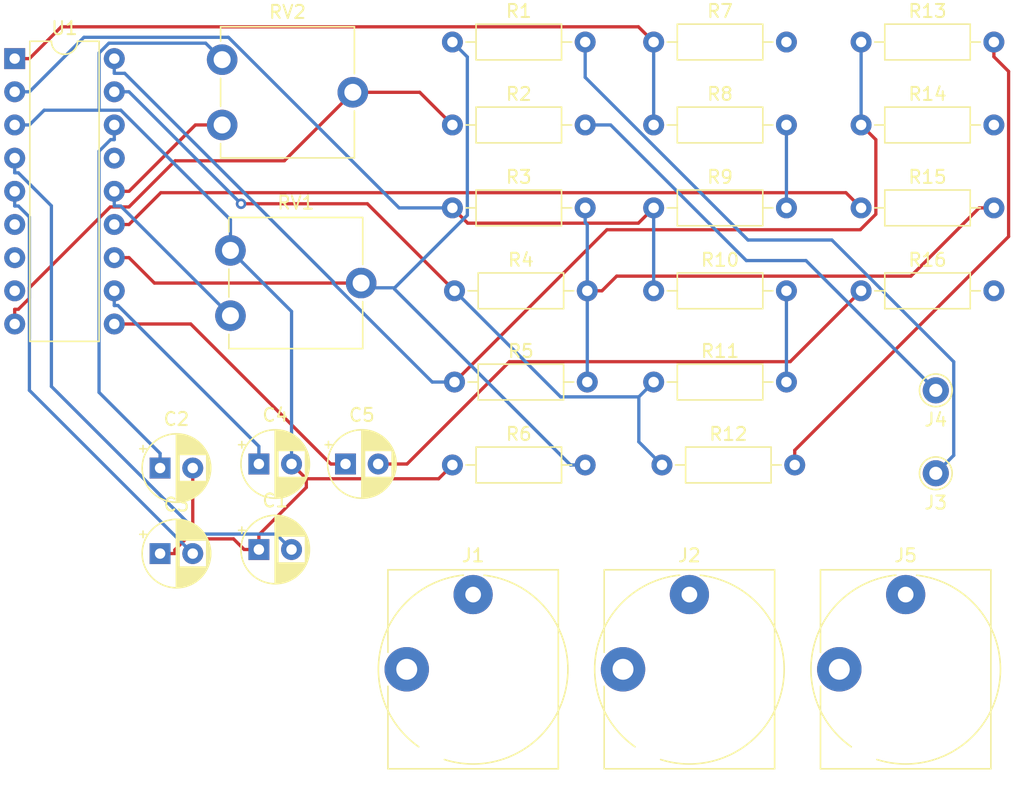
<source format=kicad_pcb>
(kicad_pcb (version 20171130) (host pcbnew 5.1.6)

  (general
    (thickness 1.6)
    (drawings 0)
    (tracks 149)
    (zones 0)
    (modules 29)
    (nets 32)
  )

  (page A4)
  (layers
    (0 F.Cu signal)
    (31 B.Cu signal)
    (32 B.Adhes user)
    (33 F.Adhes user)
    (34 B.Paste user)
    (35 F.Paste user)
    (36 B.SilkS user)
    (37 F.SilkS user)
    (38 B.Mask user)
    (39 F.Mask user)
    (40 Dwgs.User user)
    (41 Cmts.User user)
    (42 Eco1.User user)
    (43 Eco2.User user)
    (44 Edge.Cuts user)
    (45 Margin user)
    (46 B.CrtYd user)
    (47 F.CrtYd user)
    (48 B.Fab user)
    (49 F.Fab user)
  )

  (setup
    (last_trace_width 0.25)
    (trace_clearance 0.2)
    (zone_clearance 0.508)
    (zone_45_only no)
    (trace_min 0.2)
    (via_size 0.8)
    (via_drill 0.4)
    (via_min_size 0.4)
    (via_min_drill 0.3)
    (uvia_size 0.3)
    (uvia_drill 0.1)
    (uvias_allowed no)
    (uvia_min_size 0.2)
    (uvia_min_drill 0.1)
    (edge_width 0.05)
    (segment_width 0.2)
    (pcb_text_width 0.3)
    (pcb_text_size 1.5 1.5)
    (mod_edge_width 0.12)
    (mod_text_size 1 1)
    (mod_text_width 0.15)
    (pad_size 1.524 1.524)
    (pad_drill 0.762)
    (pad_to_mask_clearance 0.05)
    (aux_axis_origin 0 0)
    (visible_elements FFFFFF7F)
    (pcbplotparams
      (layerselection 0x010fc_ffffffff)
      (usegerberextensions false)
      (usegerberattributes true)
      (usegerberadvancedattributes true)
      (creategerberjobfile true)
      (excludeedgelayer true)
      (linewidth 0.100000)
      (plotframeref false)
      (viasonmask false)
      (mode 1)
      (useauxorigin false)
      (hpglpennumber 1)
      (hpglpenspeed 20)
      (hpglpendiameter 15.000000)
      (psnegative false)
      (psa4output false)
      (plotreference true)
      (plotvalue true)
      (plotinvisibletext false)
      (padsonsilk false)
      (subtractmaskfromsilk false)
      (outputformat 1)
      (mirror false)
      (drillshape 1)
      (scaleselection 1)
      (outputdirectory ""))
  )

  (net 0 "")
  (net 1 GND)
  (net 2 "Net-(C1-Pad2)")
  (net 3 "Net-(C2-Pad1)")
  (net 4 "Net-(C3-Pad2)")
  (net 5 "Net-(C4-Pad1)")
  (net 6 /OUT4)
  (net 7 "Net-(C5-Pad2)")
  (net 8 "Net-(J3-Pad1)")
  (net 9 "Net-(J4-Pad1)")
  (net 10 -12V)
  (net 11 "Net-(R10-Pad2)")
  (net 12 "Net-(R10-Pad1)")
  (net 13 +12V)
  (net 14 /OUT2)
  (net 15 /OUT3)
  (net 16 /OUT1)
  (net 17 "Net-(R1-Pad1)")
  (net 18 "Net-(R2-Pad1)")
  (net 19 "Net-(R11-Pad1)")
  (net 20 "Net-(R13-Pad1)")
  (net 21 "Net-(R7-Pad2)")
  (net 22 "Net-(R7-Pad1)")
  (net 23 "Net-(R8-Pad2)")
  (net 24 "Net-(R12-Pad2)")
  (net 25 "Net-(R14-Pad2)")
  (net 26 "Net-(R15-Pad1)")
  (net 27 "Net-(R16-Pad2)")
  (net 28 "Net-(U1-Pad8)")
  (net 29 "Net-(J1-PadT)")
  (net 30 "Net-(J2-PadT)")
  (net 31 "Net-(J5-PadT)")

  (net_class Default "This is the default net class."
    (clearance 0.2)
    (trace_width 0.25)
    (via_dia 0.8)
    (via_drill 0.4)
    (uvia_dia 0.3)
    (uvia_drill 0.1)
    (add_net +12V)
    (add_net -12V)
    (add_net /OUT1)
    (add_net /OUT2)
    (add_net /OUT3)
    (add_net /OUT4)
    (add_net GND)
    (add_net "Net-(C1-Pad2)")
    (add_net "Net-(C2-Pad1)")
    (add_net "Net-(C3-Pad2)")
    (add_net "Net-(C4-Pad1)")
    (add_net "Net-(C5-Pad2)")
    (add_net "Net-(J1-PadT)")
    (add_net "Net-(J2-PadT)")
    (add_net "Net-(J3-Pad1)")
    (add_net "Net-(J4-Pad1)")
    (add_net "Net-(J5-PadT)")
    (add_net "Net-(R1-Pad1)")
    (add_net "Net-(R10-Pad1)")
    (add_net "Net-(R10-Pad2)")
    (add_net "Net-(R11-Pad1)")
    (add_net "Net-(R12-Pad2)")
    (add_net "Net-(R13-Pad1)")
    (add_net "Net-(R14-Pad2)")
    (add_net "Net-(R15-Pad1)")
    (add_net "Net-(R16-Pad2)")
    (add_net "Net-(R2-Pad1)")
    (add_net "Net-(R7-Pad1)")
    (add_net "Net-(R7-Pad2)")
    (add_net "Net-(R8-Pad2)")
    (add_net "Net-(U1-Pad8)")
  )

  (module Capacitor_THT:CP_Radial_D5.0mm_P2.50mm (layer F.Cu) (tedit 5AE50EF0) (tstamp 5F6F6E78)
    (at 125.365 111.25)
    (descr "CP, Radial series, Radial, pin pitch=2.50mm, , diameter=5mm, Electrolytic Capacitor")
    (tags "CP Radial series Radial pin pitch 2.50mm  diameter 5mm Electrolytic Capacitor")
    (path /5F795CD5)
    (fp_text reference C1 (at 1.25 -3.75) (layer F.SilkS)
      (effects (font (size 1 1) (thickness 0.15)))
    )
    (fp_text value 300pF (at 1.25 3.75) (layer F.Fab)
      (effects (font (size 1 1) (thickness 0.15)))
    )
    (fp_line (start -1.304775 -1.725) (end -1.304775 -1.225) (layer F.SilkS) (width 0.12))
    (fp_line (start -1.554775 -1.475) (end -1.054775 -1.475) (layer F.SilkS) (width 0.12))
    (fp_line (start 3.851 -0.284) (end 3.851 0.284) (layer F.SilkS) (width 0.12))
    (fp_line (start 3.811 -0.518) (end 3.811 0.518) (layer F.SilkS) (width 0.12))
    (fp_line (start 3.771 -0.677) (end 3.771 0.677) (layer F.SilkS) (width 0.12))
    (fp_line (start 3.731 -0.805) (end 3.731 0.805) (layer F.SilkS) (width 0.12))
    (fp_line (start 3.691 -0.915) (end 3.691 0.915) (layer F.SilkS) (width 0.12))
    (fp_line (start 3.651 -1.011) (end 3.651 1.011) (layer F.SilkS) (width 0.12))
    (fp_line (start 3.611 -1.098) (end 3.611 1.098) (layer F.SilkS) (width 0.12))
    (fp_line (start 3.571 -1.178) (end 3.571 1.178) (layer F.SilkS) (width 0.12))
    (fp_line (start 3.531 1.04) (end 3.531 1.251) (layer F.SilkS) (width 0.12))
    (fp_line (start 3.531 -1.251) (end 3.531 -1.04) (layer F.SilkS) (width 0.12))
    (fp_line (start 3.491 1.04) (end 3.491 1.319) (layer F.SilkS) (width 0.12))
    (fp_line (start 3.491 -1.319) (end 3.491 -1.04) (layer F.SilkS) (width 0.12))
    (fp_line (start 3.451 1.04) (end 3.451 1.383) (layer F.SilkS) (width 0.12))
    (fp_line (start 3.451 -1.383) (end 3.451 -1.04) (layer F.SilkS) (width 0.12))
    (fp_line (start 3.411 1.04) (end 3.411 1.443) (layer F.SilkS) (width 0.12))
    (fp_line (start 3.411 -1.443) (end 3.411 -1.04) (layer F.SilkS) (width 0.12))
    (fp_line (start 3.371 1.04) (end 3.371 1.5) (layer F.SilkS) (width 0.12))
    (fp_line (start 3.371 -1.5) (end 3.371 -1.04) (layer F.SilkS) (width 0.12))
    (fp_line (start 3.331 1.04) (end 3.331 1.554) (layer F.SilkS) (width 0.12))
    (fp_line (start 3.331 -1.554) (end 3.331 -1.04) (layer F.SilkS) (width 0.12))
    (fp_line (start 3.291 1.04) (end 3.291 1.605) (layer F.SilkS) (width 0.12))
    (fp_line (start 3.291 -1.605) (end 3.291 -1.04) (layer F.SilkS) (width 0.12))
    (fp_line (start 3.251 1.04) (end 3.251 1.653) (layer F.SilkS) (width 0.12))
    (fp_line (start 3.251 -1.653) (end 3.251 -1.04) (layer F.SilkS) (width 0.12))
    (fp_line (start 3.211 1.04) (end 3.211 1.699) (layer F.SilkS) (width 0.12))
    (fp_line (start 3.211 -1.699) (end 3.211 -1.04) (layer F.SilkS) (width 0.12))
    (fp_line (start 3.171 1.04) (end 3.171 1.743) (layer F.SilkS) (width 0.12))
    (fp_line (start 3.171 -1.743) (end 3.171 -1.04) (layer F.SilkS) (width 0.12))
    (fp_line (start 3.131 1.04) (end 3.131 1.785) (layer F.SilkS) (width 0.12))
    (fp_line (start 3.131 -1.785) (end 3.131 -1.04) (layer F.SilkS) (width 0.12))
    (fp_line (start 3.091 1.04) (end 3.091 1.826) (layer F.SilkS) (width 0.12))
    (fp_line (start 3.091 -1.826) (end 3.091 -1.04) (layer F.SilkS) (width 0.12))
    (fp_line (start 3.051 1.04) (end 3.051 1.864) (layer F.SilkS) (width 0.12))
    (fp_line (start 3.051 -1.864) (end 3.051 -1.04) (layer F.SilkS) (width 0.12))
    (fp_line (start 3.011 1.04) (end 3.011 1.901) (layer F.SilkS) (width 0.12))
    (fp_line (start 3.011 -1.901) (end 3.011 -1.04) (layer F.SilkS) (width 0.12))
    (fp_line (start 2.971 1.04) (end 2.971 1.937) (layer F.SilkS) (width 0.12))
    (fp_line (start 2.971 -1.937) (end 2.971 -1.04) (layer F.SilkS) (width 0.12))
    (fp_line (start 2.931 1.04) (end 2.931 1.971) (layer F.SilkS) (width 0.12))
    (fp_line (start 2.931 -1.971) (end 2.931 -1.04) (layer F.SilkS) (width 0.12))
    (fp_line (start 2.891 1.04) (end 2.891 2.004) (layer F.SilkS) (width 0.12))
    (fp_line (start 2.891 -2.004) (end 2.891 -1.04) (layer F.SilkS) (width 0.12))
    (fp_line (start 2.851 1.04) (end 2.851 2.035) (layer F.SilkS) (width 0.12))
    (fp_line (start 2.851 -2.035) (end 2.851 -1.04) (layer F.SilkS) (width 0.12))
    (fp_line (start 2.811 1.04) (end 2.811 2.065) (layer F.SilkS) (width 0.12))
    (fp_line (start 2.811 -2.065) (end 2.811 -1.04) (layer F.SilkS) (width 0.12))
    (fp_line (start 2.771 1.04) (end 2.771 2.095) (layer F.SilkS) (width 0.12))
    (fp_line (start 2.771 -2.095) (end 2.771 -1.04) (layer F.SilkS) (width 0.12))
    (fp_line (start 2.731 1.04) (end 2.731 2.122) (layer F.SilkS) (width 0.12))
    (fp_line (start 2.731 -2.122) (end 2.731 -1.04) (layer F.SilkS) (width 0.12))
    (fp_line (start 2.691 1.04) (end 2.691 2.149) (layer F.SilkS) (width 0.12))
    (fp_line (start 2.691 -2.149) (end 2.691 -1.04) (layer F.SilkS) (width 0.12))
    (fp_line (start 2.651 1.04) (end 2.651 2.175) (layer F.SilkS) (width 0.12))
    (fp_line (start 2.651 -2.175) (end 2.651 -1.04) (layer F.SilkS) (width 0.12))
    (fp_line (start 2.611 1.04) (end 2.611 2.2) (layer F.SilkS) (width 0.12))
    (fp_line (start 2.611 -2.2) (end 2.611 -1.04) (layer F.SilkS) (width 0.12))
    (fp_line (start 2.571 1.04) (end 2.571 2.224) (layer F.SilkS) (width 0.12))
    (fp_line (start 2.571 -2.224) (end 2.571 -1.04) (layer F.SilkS) (width 0.12))
    (fp_line (start 2.531 1.04) (end 2.531 2.247) (layer F.SilkS) (width 0.12))
    (fp_line (start 2.531 -2.247) (end 2.531 -1.04) (layer F.SilkS) (width 0.12))
    (fp_line (start 2.491 1.04) (end 2.491 2.268) (layer F.SilkS) (width 0.12))
    (fp_line (start 2.491 -2.268) (end 2.491 -1.04) (layer F.SilkS) (width 0.12))
    (fp_line (start 2.451 1.04) (end 2.451 2.29) (layer F.SilkS) (width 0.12))
    (fp_line (start 2.451 -2.29) (end 2.451 -1.04) (layer F.SilkS) (width 0.12))
    (fp_line (start 2.411 1.04) (end 2.411 2.31) (layer F.SilkS) (width 0.12))
    (fp_line (start 2.411 -2.31) (end 2.411 -1.04) (layer F.SilkS) (width 0.12))
    (fp_line (start 2.371 1.04) (end 2.371 2.329) (layer F.SilkS) (width 0.12))
    (fp_line (start 2.371 -2.329) (end 2.371 -1.04) (layer F.SilkS) (width 0.12))
    (fp_line (start 2.331 1.04) (end 2.331 2.348) (layer F.SilkS) (width 0.12))
    (fp_line (start 2.331 -2.348) (end 2.331 -1.04) (layer F.SilkS) (width 0.12))
    (fp_line (start 2.291 1.04) (end 2.291 2.365) (layer F.SilkS) (width 0.12))
    (fp_line (start 2.291 -2.365) (end 2.291 -1.04) (layer F.SilkS) (width 0.12))
    (fp_line (start 2.251 1.04) (end 2.251 2.382) (layer F.SilkS) (width 0.12))
    (fp_line (start 2.251 -2.382) (end 2.251 -1.04) (layer F.SilkS) (width 0.12))
    (fp_line (start 2.211 1.04) (end 2.211 2.398) (layer F.SilkS) (width 0.12))
    (fp_line (start 2.211 -2.398) (end 2.211 -1.04) (layer F.SilkS) (width 0.12))
    (fp_line (start 2.171 1.04) (end 2.171 2.414) (layer F.SilkS) (width 0.12))
    (fp_line (start 2.171 -2.414) (end 2.171 -1.04) (layer F.SilkS) (width 0.12))
    (fp_line (start 2.131 1.04) (end 2.131 2.428) (layer F.SilkS) (width 0.12))
    (fp_line (start 2.131 -2.428) (end 2.131 -1.04) (layer F.SilkS) (width 0.12))
    (fp_line (start 2.091 1.04) (end 2.091 2.442) (layer F.SilkS) (width 0.12))
    (fp_line (start 2.091 -2.442) (end 2.091 -1.04) (layer F.SilkS) (width 0.12))
    (fp_line (start 2.051 1.04) (end 2.051 2.455) (layer F.SilkS) (width 0.12))
    (fp_line (start 2.051 -2.455) (end 2.051 -1.04) (layer F.SilkS) (width 0.12))
    (fp_line (start 2.011 1.04) (end 2.011 2.468) (layer F.SilkS) (width 0.12))
    (fp_line (start 2.011 -2.468) (end 2.011 -1.04) (layer F.SilkS) (width 0.12))
    (fp_line (start 1.971 1.04) (end 1.971 2.48) (layer F.SilkS) (width 0.12))
    (fp_line (start 1.971 -2.48) (end 1.971 -1.04) (layer F.SilkS) (width 0.12))
    (fp_line (start 1.93 1.04) (end 1.93 2.491) (layer F.SilkS) (width 0.12))
    (fp_line (start 1.93 -2.491) (end 1.93 -1.04) (layer F.SilkS) (width 0.12))
    (fp_line (start 1.89 1.04) (end 1.89 2.501) (layer F.SilkS) (width 0.12))
    (fp_line (start 1.89 -2.501) (end 1.89 -1.04) (layer F.SilkS) (width 0.12))
    (fp_line (start 1.85 1.04) (end 1.85 2.511) (layer F.SilkS) (width 0.12))
    (fp_line (start 1.85 -2.511) (end 1.85 -1.04) (layer F.SilkS) (width 0.12))
    (fp_line (start 1.81 1.04) (end 1.81 2.52) (layer F.SilkS) (width 0.12))
    (fp_line (start 1.81 -2.52) (end 1.81 -1.04) (layer F.SilkS) (width 0.12))
    (fp_line (start 1.77 1.04) (end 1.77 2.528) (layer F.SilkS) (width 0.12))
    (fp_line (start 1.77 -2.528) (end 1.77 -1.04) (layer F.SilkS) (width 0.12))
    (fp_line (start 1.73 1.04) (end 1.73 2.536) (layer F.SilkS) (width 0.12))
    (fp_line (start 1.73 -2.536) (end 1.73 -1.04) (layer F.SilkS) (width 0.12))
    (fp_line (start 1.69 1.04) (end 1.69 2.543) (layer F.SilkS) (width 0.12))
    (fp_line (start 1.69 -2.543) (end 1.69 -1.04) (layer F.SilkS) (width 0.12))
    (fp_line (start 1.65 1.04) (end 1.65 2.55) (layer F.SilkS) (width 0.12))
    (fp_line (start 1.65 -2.55) (end 1.65 -1.04) (layer F.SilkS) (width 0.12))
    (fp_line (start 1.61 1.04) (end 1.61 2.556) (layer F.SilkS) (width 0.12))
    (fp_line (start 1.61 -2.556) (end 1.61 -1.04) (layer F.SilkS) (width 0.12))
    (fp_line (start 1.57 1.04) (end 1.57 2.561) (layer F.SilkS) (width 0.12))
    (fp_line (start 1.57 -2.561) (end 1.57 -1.04) (layer F.SilkS) (width 0.12))
    (fp_line (start 1.53 1.04) (end 1.53 2.565) (layer F.SilkS) (width 0.12))
    (fp_line (start 1.53 -2.565) (end 1.53 -1.04) (layer F.SilkS) (width 0.12))
    (fp_line (start 1.49 1.04) (end 1.49 2.569) (layer F.SilkS) (width 0.12))
    (fp_line (start 1.49 -2.569) (end 1.49 -1.04) (layer F.SilkS) (width 0.12))
    (fp_line (start 1.45 -2.573) (end 1.45 2.573) (layer F.SilkS) (width 0.12))
    (fp_line (start 1.41 -2.576) (end 1.41 2.576) (layer F.SilkS) (width 0.12))
    (fp_line (start 1.37 -2.578) (end 1.37 2.578) (layer F.SilkS) (width 0.12))
    (fp_line (start 1.33 -2.579) (end 1.33 2.579) (layer F.SilkS) (width 0.12))
    (fp_line (start 1.29 -2.58) (end 1.29 2.58) (layer F.SilkS) (width 0.12))
    (fp_line (start 1.25 -2.58) (end 1.25 2.58) (layer F.SilkS) (width 0.12))
    (fp_line (start -0.633605 -1.3375) (end -0.633605 -0.8375) (layer F.Fab) (width 0.1))
    (fp_line (start -0.883605 -1.0875) (end -0.383605 -1.0875) (layer F.Fab) (width 0.1))
    (fp_circle (center 1.25 0) (end 4 0) (layer F.CrtYd) (width 0.05))
    (fp_circle (center 1.25 0) (end 3.87 0) (layer F.SilkS) (width 0.12))
    (fp_circle (center 1.25 0) (end 3.75 0) (layer F.Fab) (width 0.1))
    (fp_text user %R (at 1.25 0) (layer F.Fab)
      (effects (font (size 1 1) (thickness 0.15)))
    )
    (pad 1 thru_hole rect (at 0 0) (size 1.6 1.6) (drill 0.8) (layers *.Cu *.Mask)
      (net 1 GND))
    (pad 2 thru_hole circle (at 2.5 0) (size 1.6 1.6) (drill 0.8) (layers *.Cu *.Mask)
      (net 2 "Net-(C1-Pad2)"))
    (model ${KISYS3DMOD}/Capacitor_THT.3dshapes/CP_Radial_D5.0mm_P2.50mm.wrl
      (at (xyz 0 0 0))
      (scale (xyz 1 1 1))
      (rotate (xyz 0 0 0))
    )
  )

  (module Capacitor_THT:CP_Radial_D5.0mm_P2.50mm (layer F.Cu) (tedit 5AE50EF0) (tstamp 5F6F6EFC)
    (at 117.805 105.01)
    (descr "CP, Radial series, Radial, pin pitch=2.50mm, , diameter=5mm, Electrolytic Capacitor")
    (tags "CP Radial series Radial pin pitch 2.50mm  diameter 5mm Electrolytic Capacitor")
    (path /5F78BEF0)
    (fp_text reference C2 (at 1.25 -3.75) (layer F.SilkS)
      (effects (font (size 1 1) (thickness 0.15)))
    )
    (fp_text value 300pF (at 1.25 3.75) (layer F.Fab)
      (effects (font (size 1 1) (thickness 0.15)))
    )
    (fp_line (start -1.304775 -1.725) (end -1.304775 -1.225) (layer F.SilkS) (width 0.12))
    (fp_line (start -1.554775 -1.475) (end -1.054775 -1.475) (layer F.SilkS) (width 0.12))
    (fp_line (start 3.851 -0.284) (end 3.851 0.284) (layer F.SilkS) (width 0.12))
    (fp_line (start 3.811 -0.518) (end 3.811 0.518) (layer F.SilkS) (width 0.12))
    (fp_line (start 3.771 -0.677) (end 3.771 0.677) (layer F.SilkS) (width 0.12))
    (fp_line (start 3.731 -0.805) (end 3.731 0.805) (layer F.SilkS) (width 0.12))
    (fp_line (start 3.691 -0.915) (end 3.691 0.915) (layer F.SilkS) (width 0.12))
    (fp_line (start 3.651 -1.011) (end 3.651 1.011) (layer F.SilkS) (width 0.12))
    (fp_line (start 3.611 -1.098) (end 3.611 1.098) (layer F.SilkS) (width 0.12))
    (fp_line (start 3.571 -1.178) (end 3.571 1.178) (layer F.SilkS) (width 0.12))
    (fp_line (start 3.531 1.04) (end 3.531 1.251) (layer F.SilkS) (width 0.12))
    (fp_line (start 3.531 -1.251) (end 3.531 -1.04) (layer F.SilkS) (width 0.12))
    (fp_line (start 3.491 1.04) (end 3.491 1.319) (layer F.SilkS) (width 0.12))
    (fp_line (start 3.491 -1.319) (end 3.491 -1.04) (layer F.SilkS) (width 0.12))
    (fp_line (start 3.451 1.04) (end 3.451 1.383) (layer F.SilkS) (width 0.12))
    (fp_line (start 3.451 -1.383) (end 3.451 -1.04) (layer F.SilkS) (width 0.12))
    (fp_line (start 3.411 1.04) (end 3.411 1.443) (layer F.SilkS) (width 0.12))
    (fp_line (start 3.411 -1.443) (end 3.411 -1.04) (layer F.SilkS) (width 0.12))
    (fp_line (start 3.371 1.04) (end 3.371 1.5) (layer F.SilkS) (width 0.12))
    (fp_line (start 3.371 -1.5) (end 3.371 -1.04) (layer F.SilkS) (width 0.12))
    (fp_line (start 3.331 1.04) (end 3.331 1.554) (layer F.SilkS) (width 0.12))
    (fp_line (start 3.331 -1.554) (end 3.331 -1.04) (layer F.SilkS) (width 0.12))
    (fp_line (start 3.291 1.04) (end 3.291 1.605) (layer F.SilkS) (width 0.12))
    (fp_line (start 3.291 -1.605) (end 3.291 -1.04) (layer F.SilkS) (width 0.12))
    (fp_line (start 3.251 1.04) (end 3.251 1.653) (layer F.SilkS) (width 0.12))
    (fp_line (start 3.251 -1.653) (end 3.251 -1.04) (layer F.SilkS) (width 0.12))
    (fp_line (start 3.211 1.04) (end 3.211 1.699) (layer F.SilkS) (width 0.12))
    (fp_line (start 3.211 -1.699) (end 3.211 -1.04) (layer F.SilkS) (width 0.12))
    (fp_line (start 3.171 1.04) (end 3.171 1.743) (layer F.SilkS) (width 0.12))
    (fp_line (start 3.171 -1.743) (end 3.171 -1.04) (layer F.SilkS) (width 0.12))
    (fp_line (start 3.131 1.04) (end 3.131 1.785) (layer F.SilkS) (width 0.12))
    (fp_line (start 3.131 -1.785) (end 3.131 -1.04) (layer F.SilkS) (width 0.12))
    (fp_line (start 3.091 1.04) (end 3.091 1.826) (layer F.SilkS) (width 0.12))
    (fp_line (start 3.091 -1.826) (end 3.091 -1.04) (layer F.SilkS) (width 0.12))
    (fp_line (start 3.051 1.04) (end 3.051 1.864) (layer F.SilkS) (width 0.12))
    (fp_line (start 3.051 -1.864) (end 3.051 -1.04) (layer F.SilkS) (width 0.12))
    (fp_line (start 3.011 1.04) (end 3.011 1.901) (layer F.SilkS) (width 0.12))
    (fp_line (start 3.011 -1.901) (end 3.011 -1.04) (layer F.SilkS) (width 0.12))
    (fp_line (start 2.971 1.04) (end 2.971 1.937) (layer F.SilkS) (width 0.12))
    (fp_line (start 2.971 -1.937) (end 2.971 -1.04) (layer F.SilkS) (width 0.12))
    (fp_line (start 2.931 1.04) (end 2.931 1.971) (layer F.SilkS) (width 0.12))
    (fp_line (start 2.931 -1.971) (end 2.931 -1.04) (layer F.SilkS) (width 0.12))
    (fp_line (start 2.891 1.04) (end 2.891 2.004) (layer F.SilkS) (width 0.12))
    (fp_line (start 2.891 -2.004) (end 2.891 -1.04) (layer F.SilkS) (width 0.12))
    (fp_line (start 2.851 1.04) (end 2.851 2.035) (layer F.SilkS) (width 0.12))
    (fp_line (start 2.851 -2.035) (end 2.851 -1.04) (layer F.SilkS) (width 0.12))
    (fp_line (start 2.811 1.04) (end 2.811 2.065) (layer F.SilkS) (width 0.12))
    (fp_line (start 2.811 -2.065) (end 2.811 -1.04) (layer F.SilkS) (width 0.12))
    (fp_line (start 2.771 1.04) (end 2.771 2.095) (layer F.SilkS) (width 0.12))
    (fp_line (start 2.771 -2.095) (end 2.771 -1.04) (layer F.SilkS) (width 0.12))
    (fp_line (start 2.731 1.04) (end 2.731 2.122) (layer F.SilkS) (width 0.12))
    (fp_line (start 2.731 -2.122) (end 2.731 -1.04) (layer F.SilkS) (width 0.12))
    (fp_line (start 2.691 1.04) (end 2.691 2.149) (layer F.SilkS) (width 0.12))
    (fp_line (start 2.691 -2.149) (end 2.691 -1.04) (layer F.SilkS) (width 0.12))
    (fp_line (start 2.651 1.04) (end 2.651 2.175) (layer F.SilkS) (width 0.12))
    (fp_line (start 2.651 -2.175) (end 2.651 -1.04) (layer F.SilkS) (width 0.12))
    (fp_line (start 2.611 1.04) (end 2.611 2.2) (layer F.SilkS) (width 0.12))
    (fp_line (start 2.611 -2.2) (end 2.611 -1.04) (layer F.SilkS) (width 0.12))
    (fp_line (start 2.571 1.04) (end 2.571 2.224) (layer F.SilkS) (width 0.12))
    (fp_line (start 2.571 -2.224) (end 2.571 -1.04) (layer F.SilkS) (width 0.12))
    (fp_line (start 2.531 1.04) (end 2.531 2.247) (layer F.SilkS) (width 0.12))
    (fp_line (start 2.531 -2.247) (end 2.531 -1.04) (layer F.SilkS) (width 0.12))
    (fp_line (start 2.491 1.04) (end 2.491 2.268) (layer F.SilkS) (width 0.12))
    (fp_line (start 2.491 -2.268) (end 2.491 -1.04) (layer F.SilkS) (width 0.12))
    (fp_line (start 2.451 1.04) (end 2.451 2.29) (layer F.SilkS) (width 0.12))
    (fp_line (start 2.451 -2.29) (end 2.451 -1.04) (layer F.SilkS) (width 0.12))
    (fp_line (start 2.411 1.04) (end 2.411 2.31) (layer F.SilkS) (width 0.12))
    (fp_line (start 2.411 -2.31) (end 2.411 -1.04) (layer F.SilkS) (width 0.12))
    (fp_line (start 2.371 1.04) (end 2.371 2.329) (layer F.SilkS) (width 0.12))
    (fp_line (start 2.371 -2.329) (end 2.371 -1.04) (layer F.SilkS) (width 0.12))
    (fp_line (start 2.331 1.04) (end 2.331 2.348) (layer F.SilkS) (width 0.12))
    (fp_line (start 2.331 -2.348) (end 2.331 -1.04) (layer F.SilkS) (width 0.12))
    (fp_line (start 2.291 1.04) (end 2.291 2.365) (layer F.SilkS) (width 0.12))
    (fp_line (start 2.291 -2.365) (end 2.291 -1.04) (layer F.SilkS) (width 0.12))
    (fp_line (start 2.251 1.04) (end 2.251 2.382) (layer F.SilkS) (width 0.12))
    (fp_line (start 2.251 -2.382) (end 2.251 -1.04) (layer F.SilkS) (width 0.12))
    (fp_line (start 2.211 1.04) (end 2.211 2.398) (layer F.SilkS) (width 0.12))
    (fp_line (start 2.211 -2.398) (end 2.211 -1.04) (layer F.SilkS) (width 0.12))
    (fp_line (start 2.171 1.04) (end 2.171 2.414) (layer F.SilkS) (width 0.12))
    (fp_line (start 2.171 -2.414) (end 2.171 -1.04) (layer F.SilkS) (width 0.12))
    (fp_line (start 2.131 1.04) (end 2.131 2.428) (layer F.SilkS) (width 0.12))
    (fp_line (start 2.131 -2.428) (end 2.131 -1.04) (layer F.SilkS) (width 0.12))
    (fp_line (start 2.091 1.04) (end 2.091 2.442) (layer F.SilkS) (width 0.12))
    (fp_line (start 2.091 -2.442) (end 2.091 -1.04) (layer F.SilkS) (width 0.12))
    (fp_line (start 2.051 1.04) (end 2.051 2.455) (layer F.SilkS) (width 0.12))
    (fp_line (start 2.051 -2.455) (end 2.051 -1.04) (layer F.SilkS) (width 0.12))
    (fp_line (start 2.011 1.04) (end 2.011 2.468) (layer F.SilkS) (width 0.12))
    (fp_line (start 2.011 -2.468) (end 2.011 -1.04) (layer F.SilkS) (width 0.12))
    (fp_line (start 1.971 1.04) (end 1.971 2.48) (layer F.SilkS) (width 0.12))
    (fp_line (start 1.971 -2.48) (end 1.971 -1.04) (layer F.SilkS) (width 0.12))
    (fp_line (start 1.93 1.04) (end 1.93 2.491) (layer F.SilkS) (width 0.12))
    (fp_line (start 1.93 -2.491) (end 1.93 -1.04) (layer F.SilkS) (width 0.12))
    (fp_line (start 1.89 1.04) (end 1.89 2.501) (layer F.SilkS) (width 0.12))
    (fp_line (start 1.89 -2.501) (end 1.89 -1.04) (layer F.SilkS) (width 0.12))
    (fp_line (start 1.85 1.04) (end 1.85 2.511) (layer F.SilkS) (width 0.12))
    (fp_line (start 1.85 -2.511) (end 1.85 -1.04) (layer F.SilkS) (width 0.12))
    (fp_line (start 1.81 1.04) (end 1.81 2.52) (layer F.SilkS) (width 0.12))
    (fp_line (start 1.81 -2.52) (end 1.81 -1.04) (layer F.SilkS) (width 0.12))
    (fp_line (start 1.77 1.04) (end 1.77 2.528) (layer F.SilkS) (width 0.12))
    (fp_line (start 1.77 -2.528) (end 1.77 -1.04) (layer F.SilkS) (width 0.12))
    (fp_line (start 1.73 1.04) (end 1.73 2.536) (layer F.SilkS) (width 0.12))
    (fp_line (start 1.73 -2.536) (end 1.73 -1.04) (layer F.SilkS) (width 0.12))
    (fp_line (start 1.69 1.04) (end 1.69 2.543) (layer F.SilkS) (width 0.12))
    (fp_line (start 1.69 -2.543) (end 1.69 -1.04) (layer F.SilkS) (width 0.12))
    (fp_line (start 1.65 1.04) (end 1.65 2.55) (layer F.SilkS) (width 0.12))
    (fp_line (start 1.65 -2.55) (end 1.65 -1.04) (layer F.SilkS) (width 0.12))
    (fp_line (start 1.61 1.04) (end 1.61 2.556) (layer F.SilkS) (width 0.12))
    (fp_line (start 1.61 -2.556) (end 1.61 -1.04) (layer F.SilkS) (width 0.12))
    (fp_line (start 1.57 1.04) (end 1.57 2.561) (layer F.SilkS) (width 0.12))
    (fp_line (start 1.57 -2.561) (end 1.57 -1.04) (layer F.SilkS) (width 0.12))
    (fp_line (start 1.53 1.04) (end 1.53 2.565) (layer F.SilkS) (width 0.12))
    (fp_line (start 1.53 -2.565) (end 1.53 -1.04) (layer F.SilkS) (width 0.12))
    (fp_line (start 1.49 1.04) (end 1.49 2.569) (layer F.SilkS) (width 0.12))
    (fp_line (start 1.49 -2.569) (end 1.49 -1.04) (layer F.SilkS) (width 0.12))
    (fp_line (start 1.45 -2.573) (end 1.45 2.573) (layer F.SilkS) (width 0.12))
    (fp_line (start 1.41 -2.576) (end 1.41 2.576) (layer F.SilkS) (width 0.12))
    (fp_line (start 1.37 -2.578) (end 1.37 2.578) (layer F.SilkS) (width 0.12))
    (fp_line (start 1.33 -2.579) (end 1.33 2.579) (layer F.SilkS) (width 0.12))
    (fp_line (start 1.29 -2.58) (end 1.29 2.58) (layer F.SilkS) (width 0.12))
    (fp_line (start 1.25 -2.58) (end 1.25 2.58) (layer F.SilkS) (width 0.12))
    (fp_line (start -0.633605 -1.3375) (end -0.633605 -0.8375) (layer F.Fab) (width 0.1))
    (fp_line (start -0.883605 -1.0875) (end -0.383605 -1.0875) (layer F.Fab) (width 0.1))
    (fp_circle (center 1.25 0) (end 4 0) (layer F.CrtYd) (width 0.05))
    (fp_circle (center 1.25 0) (end 3.87 0) (layer F.SilkS) (width 0.12))
    (fp_circle (center 1.25 0) (end 3.75 0) (layer F.Fab) (width 0.1))
    (fp_text user %R (at 1.25 0) (layer F.Fab)
      (effects (font (size 1 1) (thickness 0.15)))
    )
    (pad 1 thru_hole rect (at 0 0) (size 1.6 1.6) (drill 0.8) (layers *.Cu *.Mask)
      (net 3 "Net-(C2-Pad1)"))
    (pad 2 thru_hole circle (at 2.5 0) (size 1.6 1.6) (drill 0.8) (layers *.Cu *.Mask)
      (net 1 GND))
    (model ${KISYS3DMOD}/Capacitor_THT.3dshapes/CP_Radial_D5.0mm_P2.50mm.wrl
      (at (xyz 0 0 0))
      (scale (xyz 1 1 1))
      (rotate (xyz 0 0 0))
    )
  )

  (module Capacitor_THT:CP_Radial_D5.0mm_P2.50mm (layer F.Cu) (tedit 5AE50EF0) (tstamp 5F6F6F80)
    (at 117.805 111.56)
    (descr "CP, Radial series, Radial, pin pitch=2.50mm, , diameter=5mm, Electrolytic Capacitor")
    (tags "CP Radial series Radial pin pitch 2.50mm  diameter 5mm Electrolytic Capacitor")
    (path /5F7988AD)
    (fp_text reference C3 (at 1.25 -3.75) (layer F.SilkS)
      (effects (font (size 1 1) (thickness 0.15)))
    )
    (fp_text value 300pF (at 1.25 3.75) (layer F.Fab)
      (effects (font (size 1 1) (thickness 0.15)))
    )
    (fp_text user %R (at 1.25 0) (layer F.Fab)
      (effects (font (size 1 1) (thickness 0.15)))
    )
    (fp_circle (center 1.25 0) (end 3.75 0) (layer F.Fab) (width 0.1))
    (fp_circle (center 1.25 0) (end 3.87 0) (layer F.SilkS) (width 0.12))
    (fp_circle (center 1.25 0) (end 4 0) (layer F.CrtYd) (width 0.05))
    (fp_line (start -0.883605 -1.0875) (end -0.383605 -1.0875) (layer F.Fab) (width 0.1))
    (fp_line (start -0.633605 -1.3375) (end -0.633605 -0.8375) (layer F.Fab) (width 0.1))
    (fp_line (start 1.25 -2.58) (end 1.25 2.58) (layer F.SilkS) (width 0.12))
    (fp_line (start 1.29 -2.58) (end 1.29 2.58) (layer F.SilkS) (width 0.12))
    (fp_line (start 1.33 -2.579) (end 1.33 2.579) (layer F.SilkS) (width 0.12))
    (fp_line (start 1.37 -2.578) (end 1.37 2.578) (layer F.SilkS) (width 0.12))
    (fp_line (start 1.41 -2.576) (end 1.41 2.576) (layer F.SilkS) (width 0.12))
    (fp_line (start 1.45 -2.573) (end 1.45 2.573) (layer F.SilkS) (width 0.12))
    (fp_line (start 1.49 -2.569) (end 1.49 -1.04) (layer F.SilkS) (width 0.12))
    (fp_line (start 1.49 1.04) (end 1.49 2.569) (layer F.SilkS) (width 0.12))
    (fp_line (start 1.53 -2.565) (end 1.53 -1.04) (layer F.SilkS) (width 0.12))
    (fp_line (start 1.53 1.04) (end 1.53 2.565) (layer F.SilkS) (width 0.12))
    (fp_line (start 1.57 -2.561) (end 1.57 -1.04) (layer F.SilkS) (width 0.12))
    (fp_line (start 1.57 1.04) (end 1.57 2.561) (layer F.SilkS) (width 0.12))
    (fp_line (start 1.61 -2.556) (end 1.61 -1.04) (layer F.SilkS) (width 0.12))
    (fp_line (start 1.61 1.04) (end 1.61 2.556) (layer F.SilkS) (width 0.12))
    (fp_line (start 1.65 -2.55) (end 1.65 -1.04) (layer F.SilkS) (width 0.12))
    (fp_line (start 1.65 1.04) (end 1.65 2.55) (layer F.SilkS) (width 0.12))
    (fp_line (start 1.69 -2.543) (end 1.69 -1.04) (layer F.SilkS) (width 0.12))
    (fp_line (start 1.69 1.04) (end 1.69 2.543) (layer F.SilkS) (width 0.12))
    (fp_line (start 1.73 -2.536) (end 1.73 -1.04) (layer F.SilkS) (width 0.12))
    (fp_line (start 1.73 1.04) (end 1.73 2.536) (layer F.SilkS) (width 0.12))
    (fp_line (start 1.77 -2.528) (end 1.77 -1.04) (layer F.SilkS) (width 0.12))
    (fp_line (start 1.77 1.04) (end 1.77 2.528) (layer F.SilkS) (width 0.12))
    (fp_line (start 1.81 -2.52) (end 1.81 -1.04) (layer F.SilkS) (width 0.12))
    (fp_line (start 1.81 1.04) (end 1.81 2.52) (layer F.SilkS) (width 0.12))
    (fp_line (start 1.85 -2.511) (end 1.85 -1.04) (layer F.SilkS) (width 0.12))
    (fp_line (start 1.85 1.04) (end 1.85 2.511) (layer F.SilkS) (width 0.12))
    (fp_line (start 1.89 -2.501) (end 1.89 -1.04) (layer F.SilkS) (width 0.12))
    (fp_line (start 1.89 1.04) (end 1.89 2.501) (layer F.SilkS) (width 0.12))
    (fp_line (start 1.93 -2.491) (end 1.93 -1.04) (layer F.SilkS) (width 0.12))
    (fp_line (start 1.93 1.04) (end 1.93 2.491) (layer F.SilkS) (width 0.12))
    (fp_line (start 1.971 -2.48) (end 1.971 -1.04) (layer F.SilkS) (width 0.12))
    (fp_line (start 1.971 1.04) (end 1.971 2.48) (layer F.SilkS) (width 0.12))
    (fp_line (start 2.011 -2.468) (end 2.011 -1.04) (layer F.SilkS) (width 0.12))
    (fp_line (start 2.011 1.04) (end 2.011 2.468) (layer F.SilkS) (width 0.12))
    (fp_line (start 2.051 -2.455) (end 2.051 -1.04) (layer F.SilkS) (width 0.12))
    (fp_line (start 2.051 1.04) (end 2.051 2.455) (layer F.SilkS) (width 0.12))
    (fp_line (start 2.091 -2.442) (end 2.091 -1.04) (layer F.SilkS) (width 0.12))
    (fp_line (start 2.091 1.04) (end 2.091 2.442) (layer F.SilkS) (width 0.12))
    (fp_line (start 2.131 -2.428) (end 2.131 -1.04) (layer F.SilkS) (width 0.12))
    (fp_line (start 2.131 1.04) (end 2.131 2.428) (layer F.SilkS) (width 0.12))
    (fp_line (start 2.171 -2.414) (end 2.171 -1.04) (layer F.SilkS) (width 0.12))
    (fp_line (start 2.171 1.04) (end 2.171 2.414) (layer F.SilkS) (width 0.12))
    (fp_line (start 2.211 -2.398) (end 2.211 -1.04) (layer F.SilkS) (width 0.12))
    (fp_line (start 2.211 1.04) (end 2.211 2.398) (layer F.SilkS) (width 0.12))
    (fp_line (start 2.251 -2.382) (end 2.251 -1.04) (layer F.SilkS) (width 0.12))
    (fp_line (start 2.251 1.04) (end 2.251 2.382) (layer F.SilkS) (width 0.12))
    (fp_line (start 2.291 -2.365) (end 2.291 -1.04) (layer F.SilkS) (width 0.12))
    (fp_line (start 2.291 1.04) (end 2.291 2.365) (layer F.SilkS) (width 0.12))
    (fp_line (start 2.331 -2.348) (end 2.331 -1.04) (layer F.SilkS) (width 0.12))
    (fp_line (start 2.331 1.04) (end 2.331 2.348) (layer F.SilkS) (width 0.12))
    (fp_line (start 2.371 -2.329) (end 2.371 -1.04) (layer F.SilkS) (width 0.12))
    (fp_line (start 2.371 1.04) (end 2.371 2.329) (layer F.SilkS) (width 0.12))
    (fp_line (start 2.411 -2.31) (end 2.411 -1.04) (layer F.SilkS) (width 0.12))
    (fp_line (start 2.411 1.04) (end 2.411 2.31) (layer F.SilkS) (width 0.12))
    (fp_line (start 2.451 -2.29) (end 2.451 -1.04) (layer F.SilkS) (width 0.12))
    (fp_line (start 2.451 1.04) (end 2.451 2.29) (layer F.SilkS) (width 0.12))
    (fp_line (start 2.491 -2.268) (end 2.491 -1.04) (layer F.SilkS) (width 0.12))
    (fp_line (start 2.491 1.04) (end 2.491 2.268) (layer F.SilkS) (width 0.12))
    (fp_line (start 2.531 -2.247) (end 2.531 -1.04) (layer F.SilkS) (width 0.12))
    (fp_line (start 2.531 1.04) (end 2.531 2.247) (layer F.SilkS) (width 0.12))
    (fp_line (start 2.571 -2.224) (end 2.571 -1.04) (layer F.SilkS) (width 0.12))
    (fp_line (start 2.571 1.04) (end 2.571 2.224) (layer F.SilkS) (width 0.12))
    (fp_line (start 2.611 -2.2) (end 2.611 -1.04) (layer F.SilkS) (width 0.12))
    (fp_line (start 2.611 1.04) (end 2.611 2.2) (layer F.SilkS) (width 0.12))
    (fp_line (start 2.651 -2.175) (end 2.651 -1.04) (layer F.SilkS) (width 0.12))
    (fp_line (start 2.651 1.04) (end 2.651 2.175) (layer F.SilkS) (width 0.12))
    (fp_line (start 2.691 -2.149) (end 2.691 -1.04) (layer F.SilkS) (width 0.12))
    (fp_line (start 2.691 1.04) (end 2.691 2.149) (layer F.SilkS) (width 0.12))
    (fp_line (start 2.731 -2.122) (end 2.731 -1.04) (layer F.SilkS) (width 0.12))
    (fp_line (start 2.731 1.04) (end 2.731 2.122) (layer F.SilkS) (width 0.12))
    (fp_line (start 2.771 -2.095) (end 2.771 -1.04) (layer F.SilkS) (width 0.12))
    (fp_line (start 2.771 1.04) (end 2.771 2.095) (layer F.SilkS) (width 0.12))
    (fp_line (start 2.811 -2.065) (end 2.811 -1.04) (layer F.SilkS) (width 0.12))
    (fp_line (start 2.811 1.04) (end 2.811 2.065) (layer F.SilkS) (width 0.12))
    (fp_line (start 2.851 -2.035) (end 2.851 -1.04) (layer F.SilkS) (width 0.12))
    (fp_line (start 2.851 1.04) (end 2.851 2.035) (layer F.SilkS) (width 0.12))
    (fp_line (start 2.891 -2.004) (end 2.891 -1.04) (layer F.SilkS) (width 0.12))
    (fp_line (start 2.891 1.04) (end 2.891 2.004) (layer F.SilkS) (width 0.12))
    (fp_line (start 2.931 -1.971) (end 2.931 -1.04) (layer F.SilkS) (width 0.12))
    (fp_line (start 2.931 1.04) (end 2.931 1.971) (layer F.SilkS) (width 0.12))
    (fp_line (start 2.971 -1.937) (end 2.971 -1.04) (layer F.SilkS) (width 0.12))
    (fp_line (start 2.971 1.04) (end 2.971 1.937) (layer F.SilkS) (width 0.12))
    (fp_line (start 3.011 -1.901) (end 3.011 -1.04) (layer F.SilkS) (width 0.12))
    (fp_line (start 3.011 1.04) (end 3.011 1.901) (layer F.SilkS) (width 0.12))
    (fp_line (start 3.051 -1.864) (end 3.051 -1.04) (layer F.SilkS) (width 0.12))
    (fp_line (start 3.051 1.04) (end 3.051 1.864) (layer F.SilkS) (width 0.12))
    (fp_line (start 3.091 -1.826) (end 3.091 -1.04) (layer F.SilkS) (width 0.12))
    (fp_line (start 3.091 1.04) (end 3.091 1.826) (layer F.SilkS) (width 0.12))
    (fp_line (start 3.131 -1.785) (end 3.131 -1.04) (layer F.SilkS) (width 0.12))
    (fp_line (start 3.131 1.04) (end 3.131 1.785) (layer F.SilkS) (width 0.12))
    (fp_line (start 3.171 -1.743) (end 3.171 -1.04) (layer F.SilkS) (width 0.12))
    (fp_line (start 3.171 1.04) (end 3.171 1.743) (layer F.SilkS) (width 0.12))
    (fp_line (start 3.211 -1.699) (end 3.211 -1.04) (layer F.SilkS) (width 0.12))
    (fp_line (start 3.211 1.04) (end 3.211 1.699) (layer F.SilkS) (width 0.12))
    (fp_line (start 3.251 -1.653) (end 3.251 -1.04) (layer F.SilkS) (width 0.12))
    (fp_line (start 3.251 1.04) (end 3.251 1.653) (layer F.SilkS) (width 0.12))
    (fp_line (start 3.291 -1.605) (end 3.291 -1.04) (layer F.SilkS) (width 0.12))
    (fp_line (start 3.291 1.04) (end 3.291 1.605) (layer F.SilkS) (width 0.12))
    (fp_line (start 3.331 -1.554) (end 3.331 -1.04) (layer F.SilkS) (width 0.12))
    (fp_line (start 3.331 1.04) (end 3.331 1.554) (layer F.SilkS) (width 0.12))
    (fp_line (start 3.371 -1.5) (end 3.371 -1.04) (layer F.SilkS) (width 0.12))
    (fp_line (start 3.371 1.04) (end 3.371 1.5) (layer F.SilkS) (width 0.12))
    (fp_line (start 3.411 -1.443) (end 3.411 -1.04) (layer F.SilkS) (width 0.12))
    (fp_line (start 3.411 1.04) (end 3.411 1.443) (layer F.SilkS) (width 0.12))
    (fp_line (start 3.451 -1.383) (end 3.451 -1.04) (layer F.SilkS) (width 0.12))
    (fp_line (start 3.451 1.04) (end 3.451 1.383) (layer F.SilkS) (width 0.12))
    (fp_line (start 3.491 -1.319) (end 3.491 -1.04) (layer F.SilkS) (width 0.12))
    (fp_line (start 3.491 1.04) (end 3.491 1.319) (layer F.SilkS) (width 0.12))
    (fp_line (start 3.531 -1.251) (end 3.531 -1.04) (layer F.SilkS) (width 0.12))
    (fp_line (start 3.531 1.04) (end 3.531 1.251) (layer F.SilkS) (width 0.12))
    (fp_line (start 3.571 -1.178) (end 3.571 1.178) (layer F.SilkS) (width 0.12))
    (fp_line (start 3.611 -1.098) (end 3.611 1.098) (layer F.SilkS) (width 0.12))
    (fp_line (start 3.651 -1.011) (end 3.651 1.011) (layer F.SilkS) (width 0.12))
    (fp_line (start 3.691 -0.915) (end 3.691 0.915) (layer F.SilkS) (width 0.12))
    (fp_line (start 3.731 -0.805) (end 3.731 0.805) (layer F.SilkS) (width 0.12))
    (fp_line (start 3.771 -0.677) (end 3.771 0.677) (layer F.SilkS) (width 0.12))
    (fp_line (start 3.811 -0.518) (end 3.811 0.518) (layer F.SilkS) (width 0.12))
    (fp_line (start 3.851 -0.284) (end 3.851 0.284) (layer F.SilkS) (width 0.12))
    (fp_line (start -1.554775 -1.475) (end -1.054775 -1.475) (layer F.SilkS) (width 0.12))
    (fp_line (start -1.304775 -1.725) (end -1.304775 -1.225) (layer F.SilkS) (width 0.12))
    (pad 2 thru_hole circle (at 2.5 0) (size 1.6 1.6) (drill 0.8) (layers *.Cu *.Mask)
      (net 4 "Net-(C3-Pad2)"))
    (pad 1 thru_hole rect (at 0 0) (size 1.6 1.6) (drill 0.8) (layers *.Cu *.Mask)
      (net 1 GND))
    (model ${KISYS3DMOD}/Capacitor_THT.3dshapes/CP_Radial_D5.0mm_P2.50mm.wrl
      (at (xyz 0 0 0))
      (scale (xyz 1 1 1))
      (rotate (xyz 0 0 0))
    )
  )

  (module Capacitor_THT:CP_Radial_D5.0mm_P2.50mm (layer F.Cu) (tedit 5AE50EF0) (tstamp 5F6F7004)
    (at 125.365 104.7)
    (descr "CP, Radial series, Radial, pin pitch=2.50mm, , diameter=5mm, Electrolytic Capacitor")
    (tags "CP Radial series Radial pin pitch 2.50mm  diameter 5mm Electrolytic Capacitor")
    (path /5F78F01A)
    (fp_text reference C4 (at 1.25 -3.75) (layer F.SilkS)
      (effects (font (size 1 1) (thickness 0.15)))
    )
    (fp_text value 300pF (at 1.25 3.75) (layer F.Fab)
      (effects (font (size 1 1) (thickness 0.15)))
    )
    (fp_text user %R (at 1.25 0) (layer F.Fab)
      (effects (font (size 1 1) (thickness 0.15)))
    )
    (fp_circle (center 1.25 0) (end 3.75 0) (layer F.Fab) (width 0.1))
    (fp_circle (center 1.25 0) (end 3.87 0) (layer F.SilkS) (width 0.12))
    (fp_circle (center 1.25 0) (end 4 0) (layer F.CrtYd) (width 0.05))
    (fp_line (start -0.883605 -1.0875) (end -0.383605 -1.0875) (layer F.Fab) (width 0.1))
    (fp_line (start -0.633605 -1.3375) (end -0.633605 -0.8375) (layer F.Fab) (width 0.1))
    (fp_line (start 1.25 -2.58) (end 1.25 2.58) (layer F.SilkS) (width 0.12))
    (fp_line (start 1.29 -2.58) (end 1.29 2.58) (layer F.SilkS) (width 0.12))
    (fp_line (start 1.33 -2.579) (end 1.33 2.579) (layer F.SilkS) (width 0.12))
    (fp_line (start 1.37 -2.578) (end 1.37 2.578) (layer F.SilkS) (width 0.12))
    (fp_line (start 1.41 -2.576) (end 1.41 2.576) (layer F.SilkS) (width 0.12))
    (fp_line (start 1.45 -2.573) (end 1.45 2.573) (layer F.SilkS) (width 0.12))
    (fp_line (start 1.49 -2.569) (end 1.49 -1.04) (layer F.SilkS) (width 0.12))
    (fp_line (start 1.49 1.04) (end 1.49 2.569) (layer F.SilkS) (width 0.12))
    (fp_line (start 1.53 -2.565) (end 1.53 -1.04) (layer F.SilkS) (width 0.12))
    (fp_line (start 1.53 1.04) (end 1.53 2.565) (layer F.SilkS) (width 0.12))
    (fp_line (start 1.57 -2.561) (end 1.57 -1.04) (layer F.SilkS) (width 0.12))
    (fp_line (start 1.57 1.04) (end 1.57 2.561) (layer F.SilkS) (width 0.12))
    (fp_line (start 1.61 -2.556) (end 1.61 -1.04) (layer F.SilkS) (width 0.12))
    (fp_line (start 1.61 1.04) (end 1.61 2.556) (layer F.SilkS) (width 0.12))
    (fp_line (start 1.65 -2.55) (end 1.65 -1.04) (layer F.SilkS) (width 0.12))
    (fp_line (start 1.65 1.04) (end 1.65 2.55) (layer F.SilkS) (width 0.12))
    (fp_line (start 1.69 -2.543) (end 1.69 -1.04) (layer F.SilkS) (width 0.12))
    (fp_line (start 1.69 1.04) (end 1.69 2.543) (layer F.SilkS) (width 0.12))
    (fp_line (start 1.73 -2.536) (end 1.73 -1.04) (layer F.SilkS) (width 0.12))
    (fp_line (start 1.73 1.04) (end 1.73 2.536) (layer F.SilkS) (width 0.12))
    (fp_line (start 1.77 -2.528) (end 1.77 -1.04) (layer F.SilkS) (width 0.12))
    (fp_line (start 1.77 1.04) (end 1.77 2.528) (layer F.SilkS) (width 0.12))
    (fp_line (start 1.81 -2.52) (end 1.81 -1.04) (layer F.SilkS) (width 0.12))
    (fp_line (start 1.81 1.04) (end 1.81 2.52) (layer F.SilkS) (width 0.12))
    (fp_line (start 1.85 -2.511) (end 1.85 -1.04) (layer F.SilkS) (width 0.12))
    (fp_line (start 1.85 1.04) (end 1.85 2.511) (layer F.SilkS) (width 0.12))
    (fp_line (start 1.89 -2.501) (end 1.89 -1.04) (layer F.SilkS) (width 0.12))
    (fp_line (start 1.89 1.04) (end 1.89 2.501) (layer F.SilkS) (width 0.12))
    (fp_line (start 1.93 -2.491) (end 1.93 -1.04) (layer F.SilkS) (width 0.12))
    (fp_line (start 1.93 1.04) (end 1.93 2.491) (layer F.SilkS) (width 0.12))
    (fp_line (start 1.971 -2.48) (end 1.971 -1.04) (layer F.SilkS) (width 0.12))
    (fp_line (start 1.971 1.04) (end 1.971 2.48) (layer F.SilkS) (width 0.12))
    (fp_line (start 2.011 -2.468) (end 2.011 -1.04) (layer F.SilkS) (width 0.12))
    (fp_line (start 2.011 1.04) (end 2.011 2.468) (layer F.SilkS) (width 0.12))
    (fp_line (start 2.051 -2.455) (end 2.051 -1.04) (layer F.SilkS) (width 0.12))
    (fp_line (start 2.051 1.04) (end 2.051 2.455) (layer F.SilkS) (width 0.12))
    (fp_line (start 2.091 -2.442) (end 2.091 -1.04) (layer F.SilkS) (width 0.12))
    (fp_line (start 2.091 1.04) (end 2.091 2.442) (layer F.SilkS) (width 0.12))
    (fp_line (start 2.131 -2.428) (end 2.131 -1.04) (layer F.SilkS) (width 0.12))
    (fp_line (start 2.131 1.04) (end 2.131 2.428) (layer F.SilkS) (width 0.12))
    (fp_line (start 2.171 -2.414) (end 2.171 -1.04) (layer F.SilkS) (width 0.12))
    (fp_line (start 2.171 1.04) (end 2.171 2.414) (layer F.SilkS) (width 0.12))
    (fp_line (start 2.211 -2.398) (end 2.211 -1.04) (layer F.SilkS) (width 0.12))
    (fp_line (start 2.211 1.04) (end 2.211 2.398) (layer F.SilkS) (width 0.12))
    (fp_line (start 2.251 -2.382) (end 2.251 -1.04) (layer F.SilkS) (width 0.12))
    (fp_line (start 2.251 1.04) (end 2.251 2.382) (layer F.SilkS) (width 0.12))
    (fp_line (start 2.291 -2.365) (end 2.291 -1.04) (layer F.SilkS) (width 0.12))
    (fp_line (start 2.291 1.04) (end 2.291 2.365) (layer F.SilkS) (width 0.12))
    (fp_line (start 2.331 -2.348) (end 2.331 -1.04) (layer F.SilkS) (width 0.12))
    (fp_line (start 2.331 1.04) (end 2.331 2.348) (layer F.SilkS) (width 0.12))
    (fp_line (start 2.371 -2.329) (end 2.371 -1.04) (layer F.SilkS) (width 0.12))
    (fp_line (start 2.371 1.04) (end 2.371 2.329) (layer F.SilkS) (width 0.12))
    (fp_line (start 2.411 -2.31) (end 2.411 -1.04) (layer F.SilkS) (width 0.12))
    (fp_line (start 2.411 1.04) (end 2.411 2.31) (layer F.SilkS) (width 0.12))
    (fp_line (start 2.451 -2.29) (end 2.451 -1.04) (layer F.SilkS) (width 0.12))
    (fp_line (start 2.451 1.04) (end 2.451 2.29) (layer F.SilkS) (width 0.12))
    (fp_line (start 2.491 -2.268) (end 2.491 -1.04) (layer F.SilkS) (width 0.12))
    (fp_line (start 2.491 1.04) (end 2.491 2.268) (layer F.SilkS) (width 0.12))
    (fp_line (start 2.531 -2.247) (end 2.531 -1.04) (layer F.SilkS) (width 0.12))
    (fp_line (start 2.531 1.04) (end 2.531 2.247) (layer F.SilkS) (width 0.12))
    (fp_line (start 2.571 -2.224) (end 2.571 -1.04) (layer F.SilkS) (width 0.12))
    (fp_line (start 2.571 1.04) (end 2.571 2.224) (layer F.SilkS) (width 0.12))
    (fp_line (start 2.611 -2.2) (end 2.611 -1.04) (layer F.SilkS) (width 0.12))
    (fp_line (start 2.611 1.04) (end 2.611 2.2) (layer F.SilkS) (width 0.12))
    (fp_line (start 2.651 -2.175) (end 2.651 -1.04) (layer F.SilkS) (width 0.12))
    (fp_line (start 2.651 1.04) (end 2.651 2.175) (layer F.SilkS) (width 0.12))
    (fp_line (start 2.691 -2.149) (end 2.691 -1.04) (layer F.SilkS) (width 0.12))
    (fp_line (start 2.691 1.04) (end 2.691 2.149) (layer F.SilkS) (width 0.12))
    (fp_line (start 2.731 -2.122) (end 2.731 -1.04) (layer F.SilkS) (width 0.12))
    (fp_line (start 2.731 1.04) (end 2.731 2.122) (layer F.SilkS) (width 0.12))
    (fp_line (start 2.771 -2.095) (end 2.771 -1.04) (layer F.SilkS) (width 0.12))
    (fp_line (start 2.771 1.04) (end 2.771 2.095) (layer F.SilkS) (width 0.12))
    (fp_line (start 2.811 -2.065) (end 2.811 -1.04) (layer F.SilkS) (width 0.12))
    (fp_line (start 2.811 1.04) (end 2.811 2.065) (layer F.SilkS) (width 0.12))
    (fp_line (start 2.851 -2.035) (end 2.851 -1.04) (layer F.SilkS) (width 0.12))
    (fp_line (start 2.851 1.04) (end 2.851 2.035) (layer F.SilkS) (width 0.12))
    (fp_line (start 2.891 -2.004) (end 2.891 -1.04) (layer F.SilkS) (width 0.12))
    (fp_line (start 2.891 1.04) (end 2.891 2.004) (layer F.SilkS) (width 0.12))
    (fp_line (start 2.931 -1.971) (end 2.931 -1.04) (layer F.SilkS) (width 0.12))
    (fp_line (start 2.931 1.04) (end 2.931 1.971) (layer F.SilkS) (width 0.12))
    (fp_line (start 2.971 -1.937) (end 2.971 -1.04) (layer F.SilkS) (width 0.12))
    (fp_line (start 2.971 1.04) (end 2.971 1.937) (layer F.SilkS) (width 0.12))
    (fp_line (start 3.011 -1.901) (end 3.011 -1.04) (layer F.SilkS) (width 0.12))
    (fp_line (start 3.011 1.04) (end 3.011 1.901) (layer F.SilkS) (width 0.12))
    (fp_line (start 3.051 -1.864) (end 3.051 -1.04) (layer F.SilkS) (width 0.12))
    (fp_line (start 3.051 1.04) (end 3.051 1.864) (layer F.SilkS) (width 0.12))
    (fp_line (start 3.091 -1.826) (end 3.091 -1.04) (layer F.SilkS) (width 0.12))
    (fp_line (start 3.091 1.04) (end 3.091 1.826) (layer F.SilkS) (width 0.12))
    (fp_line (start 3.131 -1.785) (end 3.131 -1.04) (layer F.SilkS) (width 0.12))
    (fp_line (start 3.131 1.04) (end 3.131 1.785) (layer F.SilkS) (width 0.12))
    (fp_line (start 3.171 -1.743) (end 3.171 -1.04) (layer F.SilkS) (width 0.12))
    (fp_line (start 3.171 1.04) (end 3.171 1.743) (layer F.SilkS) (width 0.12))
    (fp_line (start 3.211 -1.699) (end 3.211 -1.04) (layer F.SilkS) (width 0.12))
    (fp_line (start 3.211 1.04) (end 3.211 1.699) (layer F.SilkS) (width 0.12))
    (fp_line (start 3.251 -1.653) (end 3.251 -1.04) (layer F.SilkS) (width 0.12))
    (fp_line (start 3.251 1.04) (end 3.251 1.653) (layer F.SilkS) (width 0.12))
    (fp_line (start 3.291 -1.605) (end 3.291 -1.04) (layer F.SilkS) (width 0.12))
    (fp_line (start 3.291 1.04) (end 3.291 1.605) (layer F.SilkS) (width 0.12))
    (fp_line (start 3.331 -1.554) (end 3.331 -1.04) (layer F.SilkS) (width 0.12))
    (fp_line (start 3.331 1.04) (end 3.331 1.554) (layer F.SilkS) (width 0.12))
    (fp_line (start 3.371 -1.5) (end 3.371 -1.04) (layer F.SilkS) (width 0.12))
    (fp_line (start 3.371 1.04) (end 3.371 1.5) (layer F.SilkS) (width 0.12))
    (fp_line (start 3.411 -1.443) (end 3.411 -1.04) (layer F.SilkS) (width 0.12))
    (fp_line (start 3.411 1.04) (end 3.411 1.443) (layer F.SilkS) (width 0.12))
    (fp_line (start 3.451 -1.383) (end 3.451 -1.04) (layer F.SilkS) (width 0.12))
    (fp_line (start 3.451 1.04) (end 3.451 1.383) (layer F.SilkS) (width 0.12))
    (fp_line (start 3.491 -1.319) (end 3.491 -1.04) (layer F.SilkS) (width 0.12))
    (fp_line (start 3.491 1.04) (end 3.491 1.319) (layer F.SilkS) (width 0.12))
    (fp_line (start 3.531 -1.251) (end 3.531 -1.04) (layer F.SilkS) (width 0.12))
    (fp_line (start 3.531 1.04) (end 3.531 1.251) (layer F.SilkS) (width 0.12))
    (fp_line (start 3.571 -1.178) (end 3.571 1.178) (layer F.SilkS) (width 0.12))
    (fp_line (start 3.611 -1.098) (end 3.611 1.098) (layer F.SilkS) (width 0.12))
    (fp_line (start 3.651 -1.011) (end 3.651 1.011) (layer F.SilkS) (width 0.12))
    (fp_line (start 3.691 -0.915) (end 3.691 0.915) (layer F.SilkS) (width 0.12))
    (fp_line (start 3.731 -0.805) (end 3.731 0.805) (layer F.SilkS) (width 0.12))
    (fp_line (start 3.771 -0.677) (end 3.771 0.677) (layer F.SilkS) (width 0.12))
    (fp_line (start 3.811 -0.518) (end 3.811 0.518) (layer F.SilkS) (width 0.12))
    (fp_line (start 3.851 -0.284) (end 3.851 0.284) (layer F.SilkS) (width 0.12))
    (fp_line (start -1.554775 -1.475) (end -1.054775 -1.475) (layer F.SilkS) (width 0.12))
    (fp_line (start -1.304775 -1.725) (end -1.304775 -1.225) (layer F.SilkS) (width 0.12))
    (pad 2 thru_hole circle (at 2.5 0) (size 1.6 1.6) (drill 0.8) (layers *.Cu *.Mask)
      (net 1 GND))
    (pad 1 thru_hole rect (at 0 0) (size 1.6 1.6) (drill 0.8) (layers *.Cu *.Mask)
      (net 5 "Net-(C4-Pad1)"))
    (model ${KISYS3DMOD}/Capacitor_THT.3dshapes/CP_Radial_D5.0mm_P2.50mm.wrl
      (at (xyz 0 0 0))
      (scale (xyz 1 1 1))
      (rotate (xyz 0 0 0))
    )
  )

  (module Capacitor_THT:CP_Radial_D5.0mm_P2.50mm (layer F.Cu) (tedit 5AE50EF0) (tstamp 5F6F7088)
    (at 131.995 104.7)
    (descr "CP, Radial series, Radial, pin pitch=2.50mm, , diameter=5mm, Electrolytic Capacitor")
    (tags "CP Radial series Radial pin pitch 2.50mm  diameter 5mm Electrolytic Capacitor")
    (path /5FA3E301)
    (fp_text reference C5 (at 1.25 -3.75) (layer F.SilkS)
      (effects (font (size 1 1) (thickness 0.15)))
    )
    (fp_text value 1µF (at 1.25 3.75) (layer F.Fab)
      (effects (font (size 1 1) (thickness 0.15)))
    )
    (fp_line (start -1.304775 -1.725) (end -1.304775 -1.225) (layer F.SilkS) (width 0.12))
    (fp_line (start -1.554775 -1.475) (end -1.054775 -1.475) (layer F.SilkS) (width 0.12))
    (fp_line (start 3.851 -0.284) (end 3.851 0.284) (layer F.SilkS) (width 0.12))
    (fp_line (start 3.811 -0.518) (end 3.811 0.518) (layer F.SilkS) (width 0.12))
    (fp_line (start 3.771 -0.677) (end 3.771 0.677) (layer F.SilkS) (width 0.12))
    (fp_line (start 3.731 -0.805) (end 3.731 0.805) (layer F.SilkS) (width 0.12))
    (fp_line (start 3.691 -0.915) (end 3.691 0.915) (layer F.SilkS) (width 0.12))
    (fp_line (start 3.651 -1.011) (end 3.651 1.011) (layer F.SilkS) (width 0.12))
    (fp_line (start 3.611 -1.098) (end 3.611 1.098) (layer F.SilkS) (width 0.12))
    (fp_line (start 3.571 -1.178) (end 3.571 1.178) (layer F.SilkS) (width 0.12))
    (fp_line (start 3.531 1.04) (end 3.531 1.251) (layer F.SilkS) (width 0.12))
    (fp_line (start 3.531 -1.251) (end 3.531 -1.04) (layer F.SilkS) (width 0.12))
    (fp_line (start 3.491 1.04) (end 3.491 1.319) (layer F.SilkS) (width 0.12))
    (fp_line (start 3.491 -1.319) (end 3.491 -1.04) (layer F.SilkS) (width 0.12))
    (fp_line (start 3.451 1.04) (end 3.451 1.383) (layer F.SilkS) (width 0.12))
    (fp_line (start 3.451 -1.383) (end 3.451 -1.04) (layer F.SilkS) (width 0.12))
    (fp_line (start 3.411 1.04) (end 3.411 1.443) (layer F.SilkS) (width 0.12))
    (fp_line (start 3.411 -1.443) (end 3.411 -1.04) (layer F.SilkS) (width 0.12))
    (fp_line (start 3.371 1.04) (end 3.371 1.5) (layer F.SilkS) (width 0.12))
    (fp_line (start 3.371 -1.5) (end 3.371 -1.04) (layer F.SilkS) (width 0.12))
    (fp_line (start 3.331 1.04) (end 3.331 1.554) (layer F.SilkS) (width 0.12))
    (fp_line (start 3.331 -1.554) (end 3.331 -1.04) (layer F.SilkS) (width 0.12))
    (fp_line (start 3.291 1.04) (end 3.291 1.605) (layer F.SilkS) (width 0.12))
    (fp_line (start 3.291 -1.605) (end 3.291 -1.04) (layer F.SilkS) (width 0.12))
    (fp_line (start 3.251 1.04) (end 3.251 1.653) (layer F.SilkS) (width 0.12))
    (fp_line (start 3.251 -1.653) (end 3.251 -1.04) (layer F.SilkS) (width 0.12))
    (fp_line (start 3.211 1.04) (end 3.211 1.699) (layer F.SilkS) (width 0.12))
    (fp_line (start 3.211 -1.699) (end 3.211 -1.04) (layer F.SilkS) (width 0.12))
    (fp_line (start 3.171 1.04) (end 3.171 1.743) (layer F.SilkS) (width 0.12))
    (fp_line (start 3.171 -1.743) (end 3.171 -1.04) (layer F.SilkS) (width 0.12))
    (fp_line (start 3.131 1.04) (end 3.131 1.785) (layer F.SilkS) (width 0.12))
    (fp_line (start 3.131 -1.785) (end 3.131 -1.04) (layer F.SilkS) (width 0.12))
    (fp_line (start 3.091 1.04) (end 3.091 1.826) (layer F.SilkS) (width 0.12))
    (fp_line (start 3.091 -1.826) (end 3.091 -1.04) (layer F.SilkS) (width 0.12))
    (fp_line (start 3.051 1.04) (end 3.051 1.864) (layer F.SilkS) (width 0.12))
    (fp_line (start 3.051 -1.864) (end 3.051 -1.04) (layer F.SilkS) (width 0.12))
    (fp_line (start 3.011 1.04) (end 3.011 1.901) (layer F.SilkS) (width 0.12))
    (fp_line (start 3.011 -1.901) (end 3.011 -1.04) (layer F.SilkS) (width 0.12))
    (fp_line (start 2.971 1.04) (end 2.971 1.937) (layer F.SilkS) (width 0.12))
    (fp_line (start 2.971 -1.937) (end 2.971 -1.04) (layer F.SilkS) (width 0.12))
    (fp_line (start 2.931 1.04) (end 2.931 1.971) (layer F.SilkS) (width 0.12))
    (fp_line (start 2.931 -1.971) (end 2.931 -1.04) (layer F.SilkS) (width 0.12))
    (fp_line (start 2.891 1.04) (end 2.891 2.004) (layer F.SilkS) (width 0.12))
    (fp_line (start 2.891 -2.004) (end 2.891 -1.04) (layer F.SilkS) (width 0.12))
    (fp_line (start 2.851 1.04) (end 2.851 2.035) (layer F.SilkS) (width 0.12))
    (fp_line (start 2.851 -2.035) (end 2.851 -1.04) (layer F.SilkS) (width 0.12))
    (fp_line (start 2.811 1.04) (end 2.811 2.065) (layer F.SilkS) (width 0.12))
    (fp_line (start 2.811 -2.065) (end 2.811 -1.04) (layer F.SilkS) (width 0.12))
    (fp_line (start 2.771 1.04) (end 2.771 2.095) (layer F.SilkS) (width 0.12))
    (fp_line (start 2.771 -2.095) (end 2.771 -1.04) (layer F.SilkS) (width 0.12))
    (fp_line (start 2.731 1.04) (end 2.731 2.122) (layer F.SilkS) (width 0.12))
    (fp_line (start 2.731 -2.122) (end 2.731 -1.04) (layer F.SilkS) (width 0.12))
    (fp_line (start 2.691 1.04) (end 2.691 2.149) (layer F.SilkS) (width 0.12))
    (fp_line (start 2.691 -2.149) (end 2.691 -1.04) (layer F.SilkS) (width 0.12))
    (fp_line (start 2.651 1.04) (end 2.651 2.175) (layer F.SilkS) (width 0.12))
    (fp_line (start 2.651 -2.175) (end 2.651 -1.04) (layer F.SilkS) (width 0.12))
    (fp_line (start 2.611 1.04) (end 2.611 2.2) (layer F.SilkS) (width 0.12))
    (fp_line (start 2.611 -2.2) (end 2.611 -1.04) (layer F.SilkS) (width 0.12))
    (fp_line (start 2.571 1.04) (end 2.571 2.224) (layer F.SilkS) (width 0.12))
    (fp_line (start 2.571 -2.224) (end 2.571 -1.04) (layer F.SilkS) (width 0.12))
    (fp_line (start 2.531 1.04) (end 2.531 2.247) (layer F.SilkS) (width 0.12))
    (fp_line (start 2.531 -2.247) (end 2.531 -1.04) (layer F.SilkS) (width 0.12))
    (fp_line (start 2.491 1.04) (end 2.491 2.268) (layer F.SilkS) (width 0.12))
    (fp_line (start 2.491 -2.268) (end 2.491 -1.04) (layer F.SilkS) (width 0.12))
    (fp_line (start 2.451 1.04) (end 2.451 2.29) (layer F.SilkS) (width 0.12))
    (fp_line (start 2.451 -2.29) (end 2.451 -1.04) (layer F.SilkS) (width 0.12))
    (fp_line (start 2.411 1.04) (end 2.411 2.31) (layer F.SilkS) (width 0.12))
    (fp_line (start 2.411 -2.31) (end 2.411 -1.04) (layer F.SilkS) (width 0.12))
    (fp_line (start 2.371 1.04) (end 2.371 2.329) (layer F.SilkS) (width 0.12))
    (fp_line (start 2.371 -2.329) (end 2.371 -1.04) (layer F.SilkS) (width 0.12))
    (fp_line (start 2.331 1.04) (end 2.331 2.348) (layer F.SilkS) (width 0.12))
    (fp_line (start 2.331 -2.348) (end 2.331 -1.04) (layer F.SilkS) (width 0.12))
    (fp_line (start 2.291 1.04) (end 2.291 2.365) (layer F.SilkS) (width 0.12))
    (fp_line (start 2.291 -2.365) (end 2.291 -1.04) (layer F.SilkS) (width 0.12))
    (fp_line (start 2.251 1.04) (end 2.251 2.382) (layer F.SilkS) (width 0.12))
    (fp_line (start 2.251 -2.382) (end 2.251 -1.04) (layer F.SilkS) (width 0.12))
    (fp_line (start 2.211 1.04) (end 2.211 2.398) (layer F.SilkS) (width 0.12))
    (fp_line (start 2.211 -2.398) (end 2.211 -1.04) (layer F.SilkS) (width 0.12))
    (fp_line (start 2.171 1.04) (end 2.171 2.414) (layer F.SilkS) (width 0.12))
    (fp_line (start 2.171 -2.414) (end 2.171 -1.04) (layer F.SilkS) (width 0.12))
    (fp_line (start 2.131 1.04) (end 2.131 2.428) (layer F.SilkS) (width 0.12))
    (fp_line (start 2.131 -2.428) (end 2.131 -1.04) (layer F.SilkS) (width 0.12))
    (fp_line (start 2.091 1.04) (end 2.091 2.442) (layer F.SilkS) (width 0.12))
    (fp_line (start 2.091 -2.442) (end 2.091 -1.04) (layer F.SilkS) (width 0.12))
    (fp_line (start 2.051 1.04) (end 2.051 2.455) (layer F.SilkS) (width 0.12))
    (fp_line (start 2.051 -2.455) (end 2.051 -1.04) (layer F.SilkS) (width 0.12))
    (fp_line (start 2.011 1.04) (end 2.011 2.468) (layer F.SilkS) (width 0.12))
    (fp_line (start 2.011 -2.468) (end 2.011 -1.04) (layer F.SilkS) (width 0.12))
    (fp_line (start 1.971 1.04) (end 1.971 2.48) (layer F.SilkS) (width 0.12))
    (fp_line (start 1.971 -2.48) (end 1.971 -1.04) (layer F.SilkS) (width 0.12))
    (fp_line (start 1.93 1.04) (end 1.93 2.491) (layer F.SilkS) (width 0.12))
    (fp_line (start 1.93 -2.491) (end 1.93 -1.04) (layer F.SilkS) (width 0.12))
    (fp_line (start 1.89 1.04) (end 1.89 2.501) (layer F.SilkS) (width 0.12))
    (fp_line (start 1.89 -2.501) (end 1.89 -1.04) (layer F.SilkS) (width 0.12))
    (fp_line (start 1.85 1.04) (end 1.85 2.511) (layer F.SilkS) (width 0.12))
    (fp_line (start 1.85 -2.511) (end 1.85 -1.04) (layer F.SilkS) (width 0.12))
    (fp_line (start 1.81 1.04) (end 1.81 2.52) (layer F.SilkS) (width 0.12))
    (fp_line (start 1.81 -2.52) (end 1.81 -1.04) (layer F.SilkS) (width 0.12))
    (fp_line (start 1.77 1.04) (end 1.77 2.528) (layer F.SilkS) (width 0.12))
    (fp_line (start 1.77 -2.528) (end 1.77 -1.04) (layer F.SilkS) (width 0.12))
    (fp_line (start 1.73 1.04) (end 1.73 2.536) (layer F.SilkS) (width 0.12))
    (fp_line (start 1.73 -2.536) (end 1.73 -1.04) (layer F.SilkS) (width 0.12))
    (fp_line (start 1.69 1.04) (end 1.69 2.543) (layer F.SilkS) (width 0.12))
    (fp_line (start 1.69 -2.543) (end 1.69 -1.04) (layer F.SilkS) (width 0.12))
    (fp_line (start 1.65 1.04) (end 1.65 2.55) (layer F.SilkS) (width 0.12))
    (fp_line (start 1.65 -2.55) (end 1.65 -1.04) (layer F.SilkS) (width 0.12))
    (fp_line (start 1.61 1.04) (end 1.61 2.556) (layer F.SilkS) (width 0.12))
    (fp_line (start 1.61 -2.556) (end 1.61 -1.04) (layer F.SilkS) (width 0.12))
    (fp_line (start 1.57 1.04) (end 1.57 2.561) (layer F.SilkS) (width 0.12))
    (fp_line (start 1.57 -2.561) (end 1.57 -1.04) (layer F.SilkS) (width 0.12))
    (fp_line (start 1.53 1.04) (end 1.53 2.565) (layer F.SilkS) (width 0.12))
    (fp_line (start 1.53 -2.565) (end 1.53 -1.04) (layer F.SilkS) (width 0.12))
    (fp_line (start 1.49 1.04) (end 1.49 2.569) (layer F.SilkS) (width 0.12))
    (fp_line (start 1.49 -2.569) (end 1.49 -1.04) (layer F.SilkS) (width 0.12))
    (fp_line (start 1.45 -2.573) (end 1.45 2.573) (layer F.SilkS) (width 0.12))
    (fp_line (start 1.41 -2.576) (end 1.41 2.576) (layer F.SilkS) (width 0.12))
    (fp_line (start 1.37 -2.578) (end 1.37 2.578) (layer F.SilkS) (width 0.12))
    (fp_line (start 1.33 -2.579) (end 1.33 2.579) (layer F.SilkS) (width 0.12))
    (fp_line (start 1.29 -2.58) (end 1.29 2.58) (layer F.SilkS) (width 0.12))
    (fp_line (start 1.25 -2.58) (end 1.25 2.58) (layer F.SilkS) (width 0.12))
    (fp_line (start -0.633605 -1.3375) (end -0.633605 -0.8375) (layer F.Fab) (width 0.1))
    (fp_line (start -0.883605 -1.0875) (end -0.383605 -1.0875) (layer F.Fab) (width 0.1))
    (fp_circle (center 1.25 0) (end 4 0) (layer F.CrtYd) (width 0.05))
    (fp_circle (center 1.25 0) (end 3.87 0) (layer F.SilkS) (width 0.12))
    (fp_circle (center 1.25 0) (end 3.75 0) (layer F.Fab) (width 0.1))
    (fp_text user %R (at 1.25 0) (layer F.Fab)
      (effects (font (size 1 1) (thickness 0.15)))
    )
    (pad 1 thru_hole rect (at 0 0) (size 1.6 1.6) (drill 0.8) (layers *.Cu *.Mask)
      (net 6 /OUT4))
    (pad 2 thru_hole circle (at 2.5 0) (size 1.6 1.6) (drill 0.8) (layers *.Cu *.Mask)
      (net 7 "Net-(C5-Pad2)"))
    (model ${KISYS3DMOD}/Capacitor_THT.3dshapes/CP_Radial_D5.0mm_P2.50mm.wrl
      (at (xyz 0 0 0))
      (scale (xyz 1 1 1))
      (rotate (xyz 0 0 0))
    )
  )

  (module Connector_Pin:Pin_D1.0mm_L10.0mm (layer F.Cu) (tedit 5A1DC084) (tstamp 5F6F7092)
    (at 177.165 105.41)
    (descr "solder Pin_ diameter 1.0mm, hole diameter 1.0mm (press fit), length 10.0mm")
    (tags "solder Pin_ press fit")
    (path /5FA28079)
    (fp_text reference J3 (at 0 2.25) (layer F.SilkS)
      (effects (font (size 1 1) (thickness 0.15)))
    )
    (fp_text value Conn_01x01_Male (at 0 -2.05) (layer F.Fab)
      (effects (font (size 1 1) (thickness 0.15)))
    )
    (fp_circle (center 0 0) (end 1.25 0.05) (layer F.SilkS) (width 0.12))
    (fp_circle (center 0 0) (end 1 0) (layer F.Fab) (width 0.12))
    (fp_circle (center 0 0) (end 0.5 0) (layer F.Fab) (width 0.12))
    (fp_circle (center 0 0) (end 1.5 0) (layer F.CrtYd) (width 0.05))
    (fp_text user %R (at 0 2.25) (layer F.Fab)
      (effects (font (size 1 1) (thickness 0.15)))
    )
    (pad 1 thru_hole circle (at 0 0) (size 2 2) (drill 1) (layers *.Cu *.Mask)
      (net 8 "Net-(J3-Pad1)"))
    (model ${KISYS3DMOD}/Connector_Pin.3dshapes/Pin_D1.0mm_L10.0mm.wrl
      (at (xyz 0 0 0))
      (scale (xyz 1 1 1))
      (rotate (xyz 0 0 0))
    )
  )

  (module Connector_Pin:Pin_D1.0mm_L10.0mm (layer F.Cu) (tedit 5A1DC084) (tstamp 5F6F709C)
    (at 177.165 99.06)
    (descr "solder Pin_ diameter 1.0mm, hole diameter 1.0mm (press fit), length 10.0mm")
    (tags "solder Pin_ press fit")
    (path /5FA2671A)
    (fp_text reference J4 (at 0 2.25) (layer F.SilkS)
      (effects (font (size 1 1) (thickness 0.15)))
    )
    (fp_text value Conn_01x01_Male (at 0 -2.05) (layer F.Fab)
      (effects (font (size 1 1) (thickness 0.15)))
    )
    (fp_text user %R (at 0 2.25) (layer F.Fab)
      (effects (font (size 1 1) (thickness 0.15)))
    )
    (fp_circle (center 0 0) (end 1.5 0) (layer F.CrtYd) (width 0.05))
    (fp_circle (center 0 0) (end 0.5 0) (layer F.Fab) (width 0.12))
    (fp_circle (center 0 0) (end 1 0) (layer F.Fab) (width 0.12))
    (fp_circle (center 0 0) (end 1.25 0.05) (layer F.SilkS) (width 0.12))
    (pad 1 thru_hole circle (at 0 0) (size 2 2) (drill 1) (layers *.Cu *.Mask)
      (net 9 "Net-(J4-Pad1)"))
    (model ${KISYS3DMOD}/Connector_Pin.3dshapes/Pin_D1.0mm_L10.0mm.wrl
      (at (xyz 0 0 0))
      (scale (xyz 1 1 1))
      (rotate (xyz 0 0 0))
    )
  )

  (module Resistor_THT:R_Axial_DIN0207_L6.3mm_D2.5mm_P10.16mm_Horizontal (layer F.Cu) (tedit 5AE5139B) (tstamp 5F6F70B3)
    (at 140.175 72.39)
    (descr "Resistor, Axial_DIN0207 series, Axial, Horizontal, pin pitch=10.16mm, 0.25W = 1/4W, length*diameter=6.3*2.5mm^2, http://cdn-reichelt.de/documents/datenblatt/B400/1_4W%23YAG.pdf")
    (tags "Resistor Axial_DIN0207 series Axial Horizontal pin pitch 10.16mm 0.25W = 1/4W length 6.3mm diameter 2.5mm")
    (path /5F7D75A4)
    (fp_text reference R1 (at 5.08 -2.37) (layer F.SilkS)
      (effects (font (size 1 1) (thickness 0.15)))
    )
    (fp_text value 100K (at 5.08 2.37) (layer F.Fab)
      (effects (font (size 1 1) (thickness 0.15)))
    )
    (fp_text user %R (at 5.08 -0.255001) (layer F.Fab)
      (effects (font (size 1 1) (thickness 0.15)))
    )
    (fp_line (start 1.93 -1.25) (end 1.93 1.25) (layer F.Fab) (width 0.1))
    (fp_line (start 1.93 1.25) (end 8.23 1.25) (layer F.Fab) (width 0.1))
    (fp_line (start 8.23 1.25) (end 8.23 -1.25) (layer F.Fab) (width 0.1))
    (fp_line (start 8.23 -1.25) (end 1.93 -1.25) (layer F.Fab) (width 0.1))
    (fp_line (start 0 0) (end 1.93 0) (layer F.Fab) (width 0.1))
    (fp_line (start 10.16 0) (end 8.23 0) (layer F.Fab) (width 0.1))
    (fp_line (start 1.81 -1.37) (end 1.81 1.37) (layer F.SilkS) (width 0.12))
    (fp_line (start 1.81 1.37) (end 8.35 1.37) (layer F.SilkS) (width 0.12))
    (fp_line (start 8.35 1.37) (end 8.35 -1.37) (layer F.SilkS) (width 0.12))
    (fp_line (start 8.35 -1.37) (end 1.81 -1.37) (layer F.SilkS) (width 0.12))
    (fp_line (start 1.04 0) (end 1.81 0) (layer F.SilkS) (width 0.12))
    (fp_line (start 9.12 0) (end 8.35 0) (layer F.SilkS) (width 0.12))
    (fp_line (start -1.05 -1.5) (end -1.05 1.5) (layer F.CrtYd) (width 0.05))
    (fp_line (start -1.05 1.5) (end 11.21 1.5) (layer F.CrtYd) (width 0.05))
    (fp_line (start 11.21 1.5) (end 11.21 -1.5) (layer F.CrtYd) (width 0.05))
    (fp_line (start 11.21 -1.5) (end -1.05 -1.5) (layer F.CrtYd) (width 0.05))
    (pad 2 thru_hole oval (at 10.16 0) (size 1.6 1.6) (drill 0.8) (layers *.Cu *.Mask)
      (net 8 "Net-(J3-Pad1)"))
    (pad 1 thru_hole circle (at 0 0) (size 1.6 1.6) (drill 0.8) (layers *.Cu *.Mask)
      (net 17 "Net-(R1-Pad1)"))
    (model ${KISYS3DMOD}/Resistor_THT.3dshapes/R_Axial_DIN0207_L6.3mm_D2.5mm_P10.16mm_Horizontal.wrl
      (at (xyz 0 0 0))
      (scale (xyz 1 1 1))
      (rotate (xyz 0 0 0))
    )
  )

  (module Resistor_THT:R_Axial_DIN0207_L6.3mm_D2.5mm_P10.16mm_Horizontal (layer F.Cu) (tedit 5AE5139B) (tstamp 5F6F70CA)
    (at 140.175 78.74)
    (descr "Resistor, Axial_DIN0207 series, Axial, Horizontal, pin pitch=10.16mm, 0.25W = 1/4W, length*diameter=6.3*2.5mm^2, http://cdn-reichelt.de/documents/datenblatt/B400/1_4W%23YAG.pdf")
    (tags "Resistor Axial_DIN0207 series Axial Horizontal pin pitch 10.16mm 0.25W = 1/4W length 6.3mm diameter 2.5mm")
    (path /5F7AD4D8)
    (fp_text reference R2 (at 5.08 -2.37) (layer F.SilkS)
      (effects (font (size 1 1) (thickness 0.15)))
    )
    (fp_text value 100K (at 5.08 2.37) (layer F.Fab)
      (effects (font (size 1 1) (thickness 0.15)))
    )
    (fp_line (start 11.21 -1.5) (end -1.05 -1.5) (layer F.CrtYd) (width 0.05))
    (fp_line (start 11.21 1.5) (end 11.21 -1.5) (layer F.CrtYd) (width 0.05))
    (fp_line (start -1.05 1.5) (end 11.21 1.5) (layer F.CrtYd) (width 0.05))
    (fp_line (start -1.05 -1.5) (end -1.05 1.5) (layer F.CrtYd) (width 0.05))
    (fp_line (start 9.12 0) (end 8.35 0) (layer F.SilkS) (width 0.12))
    (fp_line (start 1.04 0) (end 1.81 0) (layer F.SilkS) (width 0.12))
    (fp_line (start 8.35 -1.37) (end 1.81 -1.37) (layer F.SilkS) (width 0.12))
    (fp_line (start 8.35 1.37) (end 8.35 -1.37) (layer F.SilkS) (width 0.12))
    (fp_line (start 1.81 1.37) (end 8.35 1.37) (layer F.SilkS) (width 0.12))
    (fp_line (start 1.81 -1.37) (end 1.81 1.37) (layer F.SilkS) (width 0.12))
    (fp_line (start 10.16 0) (end 8.23 0) (layer F.Fab) (width 0.1))
    (fp_line (start 0 0) (end 1.93 0) (layer F.Fab) (width 0.1))
    (fp_line (start 8.23 -1.25) (end 1.93 -1.25) (layer F.Fab) (width 0.1))
    (fp_line (start 8.23 1.25) (end 8.23 -1.25) (layer F.Fab) (width 0.1))
    (fp_line (start 1.93 1.25) (end 8.23 1.25) (layer F.Fab) (width 0.1))
    (fp_line (start 1.93 -1.25) (end 1.93 1.25) (layer F.Fab) (width 0.1))
    (fp_text user %R (at 5.08 0) (layer F.Fab)
      (effects (font (size 1 1) (thickness 0.15)))
    )
    (pad 1 thru_hole circle (at 0 0) (size 1.6 1.6) (drill 0.8) (layers *.Cu *.Mask)
      (net 18 "Net-(R2-Pad1)"))
    (pad 2 thru_hole oval (at 10.16 0) (size 1.6 1.6) (drill 0.8) (layers *.Cu *.Mask)
      (net 9 "Net-(J4-Pad1)"))
    (model ${KISYS3DMOD}/Resistor_THT.3dshapes/R_Axial_DIN0207_L6.3mm_D2.5mm_P10.16mm_Horizontal.wrl
      (at (xyz 0 0 0))
      (scale (xyz 1 1 1))
      (rotate (xyz 0 0 0))
    )
  )

  (module Resistor_THT:R_Axial_DIN0207_L6.3mm_D2.5mm_P10.16mm_Horizontal (layer F.Cu) (tedit 5AE5139B) (tstamp 5F6F70E1)
    (at 140.175 85.09)
    (descr "Resistor, Axial_DIN0207 series, Axial, Horizontal, pin pitch=10.16mm, 0.25W = 1/4W, length*diameter=6.3*2.5mm^2, http://cdn-reichelt.de/documents/datenblatt/B400/1_4W%23YAG.pdf")
    (tags "Resistor Axial_DIN0207 series Axial Horizontal pin pitch 10.16mm 0.25W = 1/4W length 6.3mm diameter 2.5mm")
    (path /5F772E19)
    (fp_text reference R3 (at 5.08 -2.37) (layer F.SilkS)
      (effects (font (size 1 1) (thickness 0.15)))
    )
    (fp_text value 220K (at 5.08 2.37) (layer F.Fab)
      (effects (font (size 1 1) (thickness 0.15)))
    )
    (fp_line (start 11.21 -1.5) (end -1.05 -1.5) (layer F.CrtYd) (width 0.05))
    (fp_line (start 11.21 1.5) (end 11.21 -1.5) (layer F.CrtYd) (width 0.05))
    (fp_line (start -1.05 1.5) (end 11.21 1.5) (layer F.CrtYd) (width 0.05))
    (fp_line (start -1.05 -1.5) (end -1.05 1.5) (layer F.CrtYd) (width 0.05))
    (fp_line (start 9.12 0) (end 8.35 0) (layer F.SilkS) (width 0.12))
    (fp_line (start 1.04 0) (end 1.81 0) (layer F.SilkS) (width 0.12))
    (fp_line (start 8.35 -1.37) (end 1.81 -1.37) (layer F.SilkS) (width 0.12))
    (fp_line (start 8.35 1.37) (end 8.35 -1.37) (layer F.SilkS) (width 0.12))
    (fp_line (start 1.81 1.37) (end 8.35 1.37) (layer F.SilkS) (width 0.12))
    (fp_line (start 1.81 -1.37) (end 1.81 1.37) (layer F.SilkS) (width 0.12))
    (fp_line (start 10.16 0) (end 8.23 0) (layer F.Fab) (width 0.1))
    (fp_line (start 0 0) (end 1.93 0) (layer F.Fab) (width 0.1))
    (fp_line (start 8.23 -1.25) (end 1.93 -1.25) (layer F.Fab) (width 0.1))
    (fp_line (start 8.23 1.25) (end 8.23 -1.25) (layer F.Fab) (width 0.1))
    (fp_line (start 1.93 1.25) (end 8.23 1.25) (layer F.Fab) (width 0.1))
    (fp_line (start 1.93 -1.25) (end 1.93 1.25) (layer F.Fab) (width 0.1))
    (fp_text user %R (at 5.08 0) (layer F.Fab)
      (effects (font (size 1 1) (thickness 0.15)))
    )
    (pad 1 thru_hole circle (at 0 0) (size 1.6 1.6) (drill 0.8) (layers *.Cu *.Mask)
      (net 12 "Net-(R10-Pad1)"))
    (pad 2 thru_hole oval (at 10.16 0) (size 1.6 1.6) (drill 0.8) (layers *.Cu *.Mask)
      (net 10 -12V))
    (model ${KISYS3DMOD}/Resistor_THT.3dshapes/R_Axial_DIN0207_L6.3mm_D2.5mm_P10.16mm_Horizontal.wrl
      (at (xyz 0 0 0))
      (scale (xyz 1 1 1))
      (rotate (xyz 0 0 0))
    )
  )

  (module Resistor_THT:R_Axial_DIN0207_L6.3mm_D2.5mm_P10.16mm_Horizontal (layer F.Cu) (tedit 5AE5139B) (tstamp 5F6F70F8)
    (at 140.335 91.44)
    (descr "Resistor, Axial_DIN0207 series, Axial, Horizontal, pin pitch=10.16mm, 0.25W = 1/4W, length*diameter=6.3*2.5mm^2, http://cdn-reichelt.de/documents/datenblatt/B400/1_4W%23YAG.pdf")
    (tags "Resistor Axial_DIN0207 series Axial Horizontal pin pitch 10.16mm 0.25W = 1/4W length 6.3mm diameter 2.5mm")
    (path /5F773714)
    (fp_text reference R4 (at 5.08 -2.37) (layer F.SilkS)
      (effects (font (size 1 1) (thickness 0.15)))
    )
    (fp_text value 220K (at 5.08 2.37) (layer F.Fab)
      (effects (font (size 1 1) (thickness 0.15)))
    )
    (fp_text user %R (at 5.08 0) (layer F.Fab)
      (effects (font (size 1 1) (thickness 0.15)))
    )
    (fp_line (start 1.93 -1.25) (end 1.93 1.25) (layer F.Fab) (width 0.1))
    (fp_line (start 1.93 1.25) (end 8.23 1.25) (layer F.Fab) (width 0.1))
    (fp_line (start 8.23 1.25) (end 8.23 -1.25) (layer F.Fab) (width 0.1))
    (fp_line (start 8.23 -1.25) (end 1.93 -1.25) (layer F.Fab) (width 0.1))
    (fp_line (start 0 0) (end 1.93 0) (layer F.Fab) (width 0.1))
    (fp_line (start 10.16 0) (end 8.23 0) (layer F.Fab) (width 0.1))
    (fp_line (start 1.81 -1.37) (end 1.81 1.37) (layer F.SilkS) (width 0.12))
    (fp_line (start 1.81 1.37) (end 8.35 1.37) (layer F.SilkS) (width 0.12))
    (fp_line (start 8.35 1.37) (end 8.35 -1.37) (layer F.SilkS) (width 0.12))
    (fp_line (start 8.35 -1.37) (end 1.81 -1.37) (layer F.SilkS) (width 0.12))
    (fp_line (start 1.04 0) (end 1.81 0) (layer F.SilkS) (width 0.12))
    (fp_line (start 9.12 0) (end 8.35 0) (layer F.SilkS) (width 0.12))
    (fp_line (start -1.05 -1.5) (end -1.05 1.5) (layer F.CrtYd) (width 0.05))
    (fp_line (start -1.05 1.5) (end 11.21 1.5) (layer F.CrtYd) (width 0.05))
    (fp_line (start 11.21 1.5) (end 11.21 -1.5) (layer F.CrtYd) (width 0.05))
    (fp_line (start 11.21 -1.5) (end -1.05 -1.5) (layer F.CrtYd) (width 0.05))
    (pad 2 thru_hole oval (at 10.16 0) (size 1.6 1.6) (drill 0.8) (layers *.Cu *.Mask)
      (net 10 -12V))
    (pad 1 thru_hole circle (at 0 0) (size 1.6 1.6) (drill 0.8) (layers *.Cu *.Mask)
      (net 19 "Net-(R11-Pad1)"))
    (model ${KISYS3DMOD}/Resistor_THT.3dshapes/R_Axial_DIN0207_L6.3mm_D2.5mm_P10.16mm_Horizontal.wrl
      (at (xyz 0 0 0))
      (scale (xyz 1 1 1))
      (rotate (xyz 0 0 0))
    )
  )

  (module Resistor_THT:R_Axial_DIN0207_L6.3mm_D2.5mm_P10.16mm_Horizontal (layer F.Cu) (tedit 5AE5139B) (tstamp 5F6F710F)
    (at 140.335 98.425)
    (descr "Resistor, Axial_DIN0207 series, Axial, Horizontal, pin pitch=10.16mm, 0.25W = 1/4W, length*diameter=6.3*2.5mm^2, http://cdn-reichelt.de/documents/datenblatt/B400/1_4W%23YAG.pdf")
    (tags "Resistor Axial_DIN0207 series Axial Horizontal pin pitch 10.16mm 0.25W = 1/4W length 6.3mm diameter 2.5mm")
    (path /5F77394E)
    (fp_text reference R5 (at 5.08 -2.37) (layer F.SilkS)
      (effects (font (size 1 1) (thickness 0.15)))
    )
    (fp_text value 220K (at 5.08 2.37) (layer F.Fab)
      (effects (font (size 1 1) (thickness 0.15)))
    )
    (fp_line (start 11.21 -1.5) (end -1.05 -1.5) (layer F.CrtYd) (width 0.05))
    (fp_line (start 11.21 1.5) (end 11.21 -1.5) (layer F.CrtYd) (width 0.05))
    (fp_line (start -1.05 1.5) (end 11.21 1.5) (layer F.CrtYd) (width 0.05))
    (fp_line (start -1.05 -1.5) (end -1.05 1.5) (layer F.CrtYd) (width 0.05))
    (fp_line (start 9.12 0) (end 8.35 0) (layer F.SilkS) (width 0.12))
    (fp_line (start 1.04 0) (end 1.81 0) (layer F.SilkS) (width 0.12))
    (fp_line (start 8.35 -1.37) (end 1.81 -1.37) (layer F.SilkS) (width 0.12))
    (fp_line (start 8.35 1.37) (end 8.35 -1.37) (layer F.SilkS) (width 0.12))
    (fp_line (start 1.81 1.37) (end 8.35 1.37) (layer F.SilkS) (width 0.12))
    (fp_line (start 1.81 -1.37) (end 1.81 1.37) (layer F.SilkS) (width 0.12))
    (fp_line (start 10.16 0) (end 8.23 0) (layer F.Fab) (width 0.1))
    (fp_line (start 0 0) (end 1.93 0) (layer F.Fab) (width 0.1))
    (fp_line (start 8.23 -1.25) (end 1.93 -1.25) (layer F.Fab) (width 0.1))
    (fp_line (start 8.23 1.25) (end 8.23 -1.25) (layer F.Fab) (width 0.1))
    (fp_line (start 1.93 1.25) (end 8.23 1.25) (layer F.Fab) (width 0.1))
    (fp_line (start 1.93 -1.25) (end 1.93 1.25) (layer F.Fab) (width 0.1))
    (fp_text user %R (at 5.08 0) (layer F.Fab)
      (effects (font (size 1 1) (thickness 0.15)))
    )
    (pad 1 thru_hole circle (at 0 0) (size 1.6 1.6) (drill 0.8) (layers *.Cu *.Mask)
      (net 20 "Net-(R13-Pad1)"))
    (pad 2 thru_hole oval (at 10.16 0) (size 1.6 1.6) (drill 0.8) (layers *.Cu *.Mask)
      (net 10 -12V))
    (model ${KISYS3DMOD}/Resistor_THT.3dshapes/R_Axial_DIN0207_L6.3mm_D2.5mm_P10.16mm_Horizontal.wrl
      (at (xyz 0 0 0))
      (scale (xyz 1 1 1))
      (rotate (xyz 0 0 0))
    )
  )

  (module Resistor_THT:R_Axial_DIN0207_L6.3mm_D2.5mm_P10.16mm_Horizontal (layer F.Cu) (tedit 5AE5139B) (tstamp 5F6F7126)
    (at 140.175 104.775)
    (descr "Resistor, Axial_DIN0207 series, Axial, Horizontal, pin pitch=10.16mm, 0.25W = 1/4W, length*diameter=6.3*2.5mm^2, http://cdn-reichelt.de/documents/datenblatt/B400/1_4W%23YAG.pdf")
    (tags "Resistor Axial_DIN0207 series Axial Horizontal pin pitch 10.16mm 0.25W = 1/4W length 6.3mm diameter 2.5mm")
    (path /5F7CC42C)
    (fp_text reference R6 (at 5.08 -2.37) (layer F.SilkS)
      (effects (font (size 1 1) (thickness 0.15)))
    )
    (fp_text value 1K8 (at 5.08 2.37) (layer F.Fab)
      (effects (font (size 1 1) (thickness 0.15)))
    )
    (fp_text user %R (at 5.08 0) (layer F.Fab)
      (effects (font (size 1 1) (thickness 0.15)))
    )
    (fp_line (start 1.93 -1.25) (end 1.93 1.25) (layer F.Fab) (width 0.1))
    (fp_line (start 1.93 1.25) (end 8.23 1.25) (layer F.Fab) (width 0.1))
    (fp_line (start 8.23 1.25) (end 8.23 -1.25) (layer F.Fab) (width 0.1))
    (fp_line (start 8.23 -1.25) (end 1.93 -1.25) (layer F.Fab) (width 0.1))
    (fp_line (start 0 0) (end 1.93 0) (layer F.Fab) (width 0.1))
    (fp_line (start 10.16 0) (end 8.23 0) (layer F.Fab) (width 0.1))
    (fp_line (start 1.81 -1.37) (end 1.81 1.37) (layer F.SilkS) (width 0.12))
    (fp_line (start 1.81 1.37) (end 8.35 1.37) (layer F.SilkS) (width 0.12))
    (fp_line (start 8.35 1.37) (end 8.35 -1.37) (layer F.SilkS) (width 0.12))
    (fp_line (start 8.35 -1.37) (end 1.81 -1.37) (layer F.SilkS) (width 0.12))
    (fp_line (start 1.04 0) (end 1.81 0) (layer F.SilkS) (width 0.12))
    (fp_line (start 9.12 0) (end 8.35 0) (layer F.SilkS) (width 0.12))
    (fp_line (start -1.05 -1.5) (end -1.05 1.5) (layer F.CrtYd) (width 0.05))
    (fp_line (start -1.05 1.5) (end 11.21 1.5) (layer F.CrtYd) (width 0.05))
    (fp_line (start 11.21 1.5) (end 11.21 -1.5) (layer F.CrtYd) (width 0.05))
    (fp_line (start 11.21 -1.5) (end -1.05 -1.5) (layer F.CrtYd) (width 0.05))
    (pad 2 thru_hole oval (at 10.16 0) (size 1.6 1.6) (drill 0.8) (layers *.Cu *.Mask)
      (net 17 "Net-(R1-Pad1)"))
    (pad 1 thru_hole circle (at 0 0) (size 1.6 1.6) (drill 0.8) (layers *.Cu *.Mask)
      (net 1 GND))
    (model ${KISYS3DMOD}/Resistor_THT.3dshapes/R_Axial_DIN0207_L6.3mm_D2.5mm_P10.16mm_Horizontal.wrl
      (at (xyz 0 0 0))
      (scale (xyz 1 1 1))
      (rotate (xyz 0 0 0))
    )
  )

  (module Resistor_THT:R_Axial_DIN0207_L6.3mm_D2.5mm_P10.16mm_Horizontal (layer F.Cu) (tedit 5AE5139B) (tstamp 5F6F713D)
    (at 155.575 72.39)
    (descr "Resistor, Axial_DIN0207 series, Axial, Horizontal, pin pitch=10.16mm, 0.25W = 1/4W, length*diameter=6.3*2.5mm^2, http://cdn-reichelt.de/documents/datenblatt/B400/1_4W%23YAG.pdf")
    (tags "Resistor Axial_DIN0207 series Axial Horizontal pin pitch 10.16mm 0.25W = 1/4W length 6.3mm diameter 2.5mm")
    (path /5F760B27)
    (fp_text reference R7 (at 5.08 -2.37) (layer F.SilkS)
      (effects (font (size 1 1) (thickness 0.15)))
    )
    (fp_text value 91K (at 5.08 2.37) (layer F.Fab)
      (effects (font (size 1 1) (thickness 0.15)))
    )
    (fp_text user %R (at 5.08 0) (layer F.Fab)
      (effects (font (size 1 1) (thickness 0.15)))
    )
    (fp_line (start 1.93 -1.25) (end 1.93 1.25) (layer F.Fab) (width 0.1))
    (fp_line (start 1.93 1.25) (end 8.23 1.25) (layer F.Fab) (width 0.1))
    (fp_line (start 8.23 1.25) (end 8.23 -1.25) (layer F.Fab) (width 0.1))
    (fp_line (start 8.23 -1.25) (end 1.93 -1.25) (layer F.Fab) (width 0.1))
    (fp_line (start 0 0) (end 1.93 0) (layer F.Fab) (width 0.1))
    (fp_line (start 10.16 0) (end 8.23 0) (layer F.Fab) (width 0.1))
    (fp_line (start 1.81 -1.37) (end 1.81 1.37) (layer F.SilkS) (width 0.12))
    (fp_line (start 1.81 1.37) (end 8.35 1.37) (layer F.SilkS) (width 0.12))
    (fp_line (start 8.35 1.37) (end 8.35 -1.37) (layer F.SilkS) (width 0.12))
    (fp_line (start 8.35 -1.37) (end 1.81 -1.37) (layer F.SilkS) (width 0.12))
    (fp_line (start 1.04 0) (end 1.81 0) (layer F.SilkS) (width 0.12))
    (fp_line (start 9.12 0) (end 8.35 0) (layer F.SilkS) (width 0.12))
    (fp_line (start -1.05 -1.5) (end -1.05 1.5) (layer F.CrtYd) (width 0.05))
    (fp_line (start -1.05 1.5) (end 11.21 1.5) (layer F.CrtYd) (width 0.05))
    (fp_line (start 11.21 1.5) (end 11.21 -1.5) (layer F.CrtYd) (width 0.05))
    (fp_line (start 11.21 -1.5) (end -1.05 -1.5) (layer F.CrtYd) (width 0.05))
    (pad 2 thru_hole oval (at 10.16 0) (size 1.6 1.6) (drill 0.8) (layers *.Cu *.Mask)
      (net 21 "Net-(R7-Pad2)"))
    (pad 1 thru_hole circle (at 0 0) (size 1.6 1.6) (drill 0.8) (layers *.Cu *.Mask)
      (net 22 "Net-(R7-Pad1)"))
    (model ${KISYS3DMOD}/Resistor_THT.3dshapes/R_Axial_DIN0207_L6.3mm_D2.5mm_P10.16mm_Horizontal.wrl
      (at (xyz 0 0 0))
      (scale (xyz 1 1 1))
      (rotate (xyz 0 0 0))
    )
  )

  (module Resistor_THT:R_Axial_DIN0207_L6.3mm_D2.5mm_P10.16mm_Horizontal (layer F.Cu) (tedit 5AE5139B) (tstamp 5F6F7154)
    (at 155.575 78.74)
    (descr "Resistor, Axial_DIN0207 series, Axial, Horizontal, pin pitch=10.16mm, 0.25W = 1/4W, length*diameter=6.3*2.5mm^2, http://cdn-reichelt.de/documents/datenblatt/B400/1_4W%23YAG.pdf")
    (tags "Resistor Axial_DIN0207 series Axial Horizontal pin pitch 10.16mm 0.25W = 1/4W length 6.3mm diameter 2.5mm")
    (path /5F76151C)
    (fp_text reference R8 (at 5.08 -2.37) (layer F.SilkS)
      (effects (font (size 1 1) (thickness 0.15)))
    )
    (fp_text value 100K (at 5.08 2.37) (layer F.Fab)
      (effects (font (size 1 1) (thickness 0.15)))
    )
    (fp_line (start 11.21 -1.5) (end -1.05 -1.5) (layer F.CrtYd) (width 0.05))
    (fp_line (start 11.21 1.5) (end 11.21 -1.5) (layer F.CrtYd) (width 0.05))
    (fp_line (start -1.05 1.5) (end 11.21 1.5) (layer F.CrtYd) (width 0.05))
    (fp_line (start -1.05 -1.5) (end -1.05 1.5) (layer F.CrtYd) (width 0.05))
    (fp_line (start 9.12 0) (end 8.35 0) (layer F.SilkS) (width 0.12))
    (fp_line (start 1.04 0) (end 1.81 0) (layer F.SilkS) (width 0.12))
    (fp_line (start 8.35 -1.37) (end 1.81 -1.37) (layer F.SilkS) (width 0.12))
    (fp_line (start 8.35 1.37) (end 8.35 -1.37) (layer F.SilkS) (width 0.12))
    (fp_line (start 1.81 1.37) (end 8.35 1.37) (layer F.SilkS) (width 0.12))
    (fp_line (start 1.81 -1.37) (end 1.81 1.37) (layer F.SilkS) (width 0.12))
    (fp_line (start 10.16 0) (end 8.23 0) (layer F.Fab) (width 0.1))
    (fp_line (start 0 0) (end 1.93 0) (layer F.Fab) (width 0.1))
    (fp_line (start 8.23 -1.25) (end 1.93 -1.25) (layer F.Fab) (width 0.1))
    (fp_line (start 8.23 1.25) (end 8.23 -1.25) (layer F.Fab) (width 0.1))
    (fp_line (start 1.93 1.25) (end 8.23 1.25) (layer F.Fab) (width 0.1))
    (fp_line (start 1.93 -1.25) (end 1.93 1.25) (layer F.Fab) (width 0.1))
    (fp_text user %R (at 5.08 0) (layer F.Fab)
      (effects (font (size 1 1) (thickness 0.15)))
    )
    (pad 1 thru_hole circle (at 0 0) (size 1.6 1.6) (drill 0.8) (layers *.Cu *.Mask)
      (net 22 "Net-(R7-Pad1)"))
    (pad 2 thru_hole oval (at 10.16 0) (size 1.6 1.6) (drill 0.8) (layers *.Cu *.Mask)
      (net 23 "Net-(R8-Pad2)"))
    (model ${KISYS3DMOD}/Resistor_THT.3dshapes/R_Axial_DIN0207_L6.3mm_D2.5mm_P10.16mm_Horizontal.wrl
      (at (xyz 0 0 0))
      (scale (xyz 1 1 1))
      (rotate (xyz 0 0 0))
    )
  )

  (module Resistor_THT:R_Axial_DIN0207_L6.3mm_D2.5mm_P10.16mm_Horizontal (layer F.Cu) (tedit 5AE5139B) (tstamp 5F6F716B)
    (at 155.575 85.09)
    (descr "Resistor, Axial_DIN0207 series, Axial, Horizontal, pin pitch=10.16mm, 0.25W = 1/4W, length*diameter=6.3*2.5mm^2, http://cdn-reichelt.de/documents/datenblatt/B400/1_4W%23YAG.pdf")
    (tags "Resistor Axial_DIN0207 series Axial Horizontal pin pitch 10.16mm 0.25W = 1/4W length 6.3mm diameter 2.5mm")
    (path /5F763E03)
    (fp_text reference R9 (at 5.08 -2.37) (layer F.SilkS)
      (effects (font (size 1 1) (thickness 0.15)))
    )
    (fp_text value 91K (at 5.08 2.37) (layer F.Fab)
      (effects (font (size 1 1) (thickness 0.15)))
    )
    (fp_line (start 11.21 -1.5) (end -1.05 -1.5) (layer F.CrtYd) (width 0.05))
    (fp_line (start 11.21 1.5) (end 11.21 -1.5) (layer F.CrtYd) (width 0.05))
    (fp_line (start -1.05 1.5) (end 11.21 1.5) (layer F.CrtYd) (width 0.05))
    (fp_line (start -1.05 -1.5) (end -1.05 1.5) (layer F.CrtYd) (width 0.05))
    (fp_line (start 9.12 0) (end 8.35 0) (layer F.SilkS) (width 0.12))
    (fp_line (start 1.04 0) (end 1.81 0) (layer F.SilkS) (width 0.12))
    (fp_line (start 8.35 -1.37) (end 1.81 -1.37) (layer F.SilkS) (width 0.12))
    (fp_line (start 8.35 1.37) (end 8.35 -1.37) (layer F.SilkS) (width 0.12))
    (fp_line (start 1.81 1.37) (end 8.35 1.37) (layer F.SilkS) (width 0.12))
    (fp_line (start 1.81 -1.37) (end 1.81 1.37) (layer F.SilkS) (width 0.12))
    (fp_line (start 10.16 0) (end 8.23 0) (layer F.Fab) (width 0.1))
    (fp_line (start 0 0) (end 1.93 0) (layer F.Fab) (width 0.1))
    (fp_line (start 8.23 -1.25) (end 1.93 -1.25) (layer F.Fab) (width 0.1))
    (fp_line (start 8.23 1.25) (end 8.23 -1.25) (layer F.Fab) (width 0.1))
    (fp_line (start 1.93 1.25) (end 8.23 1.25) (layer F.Fab) (width 0.1))
    (fp_line (start 1.93 -1.25) (end 1.93 1.25) (layer F.Fab) (width 0.1))
    (fp_text user %R (at 5.08 0) (layer F.Fab)
      (effects (font (size 1 1) (thickness 0.15)))
    )
    (pad 1 thru_hole circle (at 0 0) (size 1.6 1.6) (drill 0.8) (layers *.Cu *.Mask)
      (net 12 "Net-(R10-Pad1)"))
    (pad 2 thru_hole oval (at 10.16 0) (size 1.6 1.6) (drill 0.8) (layers *.Cu *.Mask)
      (net 23 "Net-(R8-Pad2)"))
    (model ${KISYS3DMOD}/Resistor_THT.3dshapes/R_Axial_DIN0207_L6.3mm_D2.5mm_P10.16mm_Horizontal.wrl
      (at (xyz 0 0 0))
      (scale (xyz 1 1 1))
      (rotate (xyz 0 0 0))
    )
  )

  (module Resistor_THT:R_Axial_DIN0207_L6.3mm_D2.5mm_P10.16mm_Horizontal (layer F.Cu) (tedit 5AE5139B) (tstamp 5F6F7182)
    (at 155.575 91.44)
    (descr "Resistor, Axial_DIN0207 series, Axial, Horizontal, pin pitch=10.16mm, 0.25W = 1/4W, length*diameter=6.3*2.5mm^2, http://cdn-reichelt.de/documents/datenblatt/B400/1_4W%23YAG.pdf")
    (tags "Resistor Axial_DIN0207 series Axial Horizontal pin pitch 10.16mm 0.25W = 1/4W length 6.3mm diameter 2.5mm")
    (path /5F764DC1)
    (fp_text reference R10 (at 5.08 -2.37) (layer F.SilkS)
      (effects (font (size 1 1) (thickness 0.15)))
    )
    (fp_text value 100K (at 5.08 2.37) (layer F.Fab)
      (effects (font (size 1 1) (thickness 0.15)))
    )
    (fp_line (start 11.21 -1.5) (end -1.05 -1.5) (layer F.CrtYd) (width 0.05))
    (fp_line (start 11.21 1.5) (end 11.21 -1.5) (layer F.CrtYd) (width 0.05))
    (fp_line (start -1.05 1.5) (end 11.21 1.5) (layer F.CrtYd) (width 0.05))
    (fp_line (start -1.05 -1.5) (end -1.05 1.5) (layer F.CrtYd) (width 0.05))
    (fp_line (start 9.12 0) (end 8.35 0) (layer F.SilkS) (width 0.12))
    (fp_line (start 1.04 0) (end 1.81 0) (layer F.SilkS) (width 0.12))
    (fp_line (start 8.35 -1.37) (end 1.81 -1.37) (layer F.SilkS) (width 0.12))
    (fp_line (start 8.35 1.37) (end 8.35 -1.37) (layer F.SilkS) (width 0.12))
    (fp_line (start 1.81 1.37) (end 8.35 1.37) (layer F.SilkS) (width 0.12))
    (fp_line (start 1.81 -1.37) (end 1.81 1.37) (layer F.SilkS) (width 0.12))
    (fp_line (start 10.16 0) (end 8.23 0) (layer F.Fab) (width 0.1))
    (fp_line (start 0 0) (end 1.93 0) (layer F.Fab) (width 0.1))
    (fp_line (start 8.23 -1.25) (end 1.93 -1.25) (layer F.Fab) (width 0.1))
    (fp_line (start 8.23 1.25) (end 8.23 -1.25) (layer F.Fab) (width 0.1))
    (fp_line (start 1.93 1.25) (end 8.23 1.25) (layer F.Fab) (width 0.1))
    (fp_line (start 1.93 -1.25) (end 1.93 1.25) (layer F.Fab) (width 0.1))
    (fp_text user %R (at 5.08 0) (layer F.Fab)
      (effects (font (size 1 1) (thickness 0.15)))
    )
    (pad 1 thru_hole circle (at 0 0) (size 1.6 1.6) (drill 0.8) (layers *.Cu *.Mask)
      (net 12 "Net-(R10-Pad1)"))
    (pad 2 thru_hole oval (at 10.16 0) (size 1.6 1.6) (drill 0.8) (layers *.Cu *.Mask)
      (net 11 "Net-(R10-Pad2)"))
    (model ${KISYS3DMOD}/Resistor_THT.3dshapes/R_Axial_DIN0207_L6.3mm_D2.5mm_P10.16mm_Horizontal.wrl
      (at (xyz 0 0 0))
      (scale (xyz 1 1 1))
      (rotate (xyz 0 0 0))
    )
  )

  (module Resistor_THT:R_Axial_DIN0207_L6.3mm_D2.5mm_P10.16mm_Horizontal (layer F.Cu) (tedit 5AE5139B) (tstamp 5F6F7199)
    (at 155.575 98.425)
    (descr "Resistor, Axial_DIN0207 series, Axial, Horizontal, pin pitch=10.16mm, 0.25W = 1/4W, length*diameter=6.3*2.5mm^2, http://cdn-reichelt.de/documents/datenblatt/B400/1_4W%23YAG.pdf")
    (tags "Resistor Axial_DIN0207 series Axial Horizontal pin pitch 10.16mm 0.25W = 1/4W length 6.3mm diameter 2.5mm")
    (path /5F76CF6B)
    (fp_text reference R11 (at 5.08 -2.37) (layer F.SilkS)
      (effects (font (size 1 1) (thickness 0.15)))
    )
    (fp_text value 91K (at 5.08 2.37) (layer F.Fab)
      (effects (font (size 1 1) (thickness 0.15)))
    )
    (fp_text user %R (at 5.299999 0) (layer F.Fab)
      (effects (font (size 1 1) (thickness 0.15)))
    )
    (fp_line (start 1.93 -1.25) (end 1.93 1.25) (layer F.Fab) (width 0.1))
    (fp_line (start 1.93 1.25) (end 8.23 1.25) (layer F.Fab) (width 0.1))
    (fp_line (start 8.23 1.25) (end 8.23 -1.25) (layer F.Fab) (width 0.1))
    (fp_line (start 8.23 -1.25) (end 1.93 -1.25) (layer F.Fab) (width 0.1))
    (fp_line (start 0 0) (end 1.93 0) (layer F.Fab) (width 0.1))
    (fp_line (start 10.16 0) (end 8.23 0) (layer F.Fab) (width 0.1))
    (fp_line (start 1.81 -1.37) (end 1.81 1.37) (layer F.SilkS) (width 0.12))
    (fp_line (start 1.81 1.37) (end 8.35 1.37) (layer F.SilkS) (width 0.12))
    (fp_line (start 8.35 1.37) (end 8.35 -1.37) (layer F.SilkS) (width 0.12))
    (fp_line (start 8.35 -1.37) (end 1.81 -1.37) (layer F.SilkS) (width 0.12))
    (fp_line (start 1.04 0) (end 1.81 0) (layer F.SilkS) (width 0.12))
    (fp_line (start 9.12 0) (end 8.35 0) (layer F.SilkS) (width 0.12))
    (fp_line (start -1.05 -1.5) (end -1.05 1.5) (layer F.CrtYd) (width 0.05))
    (fp_line (start -1.05 1.5) (end 11.21 1.5) (layer F.CrtYd) (width 0.05))
    (fp_line (start 11.21 1.5) (end 11.21 -1.5) (layer F.CrtYd) (width 0.05))
    (fp_line (start 11.21 -1.5) (end -1.05 -1.5) (layer F.CrtYd) (width 0.05))
    (pad 2 thru_hole oval (at 10.16 0) (size 1.6 1.6) (drill 0.8) (layers *.Cu *.Mask)
      (net 11 "Net-(R10-Pad2)"))
    (pad 1 thru_hole circle (at 0 0) (size 1.6 1.6) (drill 0.8) (layers *.Cu *.Mask)
      (net 19 "Net-(R11-Pad1)"))
    (model ${KISYS3DMOD}/Resistor_THT.3dshapes/R_Axial_DIN0207_L6.3mm_D2.5mm_P10.16mm_Horizontal.wrl
      (at (xyz 0 0 0))
      (scale (xyz 1 1 1))
      (rotate (xyz 0 0 0))
    )
  )

  (module Resistor_THT:R_Axial_DIN0207_L6.3mm_D2.5mm_P10.16mm_Horizontal (layer F.Cu) (tedit 5AE5139B) (tstamp 5F6F71B0)
    (at 156.21 104.775)
    (descr "Resistor, Axial_DIN0207 series, Axial, Horizontal, pin pitch=10.16mm, 0.25W = 1/4W, length*diameter=6.3*2.5mm^2, http://cdn-reichelt.de/documents/datenblatt/B400/1_4W%23YAG.pdf")
    (tags "Resistor Axial_DIN0207 series Axial Horizontal pin pitch 10.16mm 0.25W = 1/4W length 6.3mm diameter 2.5mm")
    (path /5F76D48F)
    (fp_text reference R12 (at 5.08 -2.37) (layer F.SilkS)
      (effects (font (size 1 1) (thickness 0.15)))
    )
    (fp_text value 100K (at 5.08 2.37) (layer F.Fab)
      (effects (font (size 1 1) (thickness 0.15)))
    )
    (fp_line (start 11.21 -1.5) (end -1.05 -1.5) (layer F.CrtYd) (width 0.05))
    (fp_line (start 11.21 1.5) (end 11.21 -1.5) (layer F.CrtYd) (width 0.05))
    (fp_line (start -1.05 1.5) (end 11.21 1.5) (layer F.CrtYd) (width 0.05))
    (fp_line (start -1.05 -1.5) (end -1.05 1.5) (layer F.CrtYd) (width 0.05))
    (fp_line (start 9.12 0) (end 8.35 0) (layer F.SilkS) (width 0.12))
    (fp_line (start 1.04 0) (end 1.81 0) (layer F.SilkS) (width 0.12))
    (fp_line (start 8.35 -1.37) (end 1.81 -1.37) (layer F.SilkS) (width 0.12))
    (fp_line (start 8.35 1.37) (end 8.35 -1.37) (layer F.SilkS) (width 0.12))
    (fp_line (start 1.81 1.37) (end 8.35 1.37) (layer F.SilkS) (width 0.12))
    (fp_line (start 1.81 -1.37) (end 1.81 1.37) (layer F.SilkS) (width 0.12))
    (fp_line (start 10.16 0) (end 8.23 0) (layer F.Fab) (width 0.1))
    (fp_line (start 0 0) (end 1.93 0) (layer F.Fab) (width 0.1))
    (fp_line (start 8.23 -1.25) (end 1.93 -1.25) (layer F.Fab) (width 0.1))
    (fp_line (start 8.23 1.25) (end 8.23 -1.25) (layer F.Fab) (width 0.1))
    (fp_line (start 1.93 1.25) (end 8.23 1.25) (layer F.Fab) (width 0.1))
    (fp_line (start 1.93 -1.25) (end 1.93 1.25) (layer F.Fab) (width 0.1))
    (fp_text user %R (at 5.08 0) (layer F.Fab)
      (effects (font (size 1 1) (thickness 0.15)))
    )
    (pad 1 thru_hole circle (at 0 0) (size 1.6 1.6) (drill 0.8) (layers *.Cu *.Mask)
      (net 19 "Net-(R11-Pad1)"))
    (pad 2 thru_hole oval (at 10.16 0) (size 1.6 1.6) (drill 0.8) (layers *.Cu *.Mask)
      (net 24 "Net-(R12-Pad2)"))
    (model ${KISYS3DMOD}/Resistor_THT.3dshapes/R_Axial_DIN0207_L6.3mm_D2.5mm_P10.16mm_Horizontal.wrl
      (at (xyz 0 0 0))
      (scale (xyz 1 1 1))
      (rotate (xyz 0 0 0))
    )
  )

  (module Resistor_THT:R_Axial_DIN0207_L6.3mm_D2.5mm_P10.16mm_Horizontal (layer F.Cu) (tedit 5AE5139B) (tstamp 5F6F71C7)
    (at 171.45 72.39)
    (descr "Resistor, Axial_DIN0207 series, Axial, Horizontal, pin pitch=10.16mm, 0.25W = 1/4W, length*diameter=6.3*2.5mm^2, http://cdn-reichelt.de/documents/datenblatt/B400/1_4W%23YAG.pdf")
    (tags "Resistor Axial_DIN0207 series Axial Horizontal pin pitch 10.16mm 0.25W = 1/4W length 6.3mm diameter 2.5mm")
    (path /5F76D79B)
    (fp_text reference R13 (at 5.08 -2.37) (layer F.SilkS)
      (effects (font (size 1 1) (thickness 0.15)))
    )
    (fp_text value 91K (at 5.08 2.37) (layer F.Fab)
      (effects (font (size 1 1) (thickness 0.15)))
    )
    (fp_text user %R (at 5.08 0) (layer F.Fab)
      (effects (font (size 1 1) (thickness 0.15)))
    )
    (fp_line (start 1.93 -1.25) (end 1.93 1.25) (layer F.Fab) (width 0.1))
    (fp_line (start 1.93 1.25) (end 8.23 1.25) (layer F.Fab) (width 0.1))
    (fp_line (start 8.23 1.25) (end 8.23 -1.25) (layer F.Fab) (width 0.1))
    (fp_line (start 8.23 -1.25) (end 1.93 -1.25) (layer F.Fab) (width 0.1))
    (fp_line (start 0 0) (end 1.93 0) (layer F.Fab) (width 0.1))
    (fp_line (start 10.16 0) (end 8.23 0) (layer F.Fab) (width 0.1))
    (fp_line (start 1.81 -1.37) (end 1.81 1.37) (layer F.SilkS) (width 0.12))
    (fp_line (start 1.81 1.37) (end 8.35 1.37) (layer F.SilkS) (width 0.12))
    (fp_line (start 8.35 1.37) (end 8.35 -1.37) (layer F.SilkS) (width 0.12))
    (fp_line (start 8.35 -1.37) (end 1.81 -1.37) (layer F.SilkS) (width 0.12))
    (fp_line (start 1.04 0) (end 1.81 0) (layer F.SilkS) (width 0.12))
    (fp_line (start 9.12 0) (end 8.35 0) (layer F.SilkS) (width 0.12))
    (fp_line (start -1.05 -1.5) (end -1.05 1.5) (layer F.CrtYd) (width 0.05))
    (fp_line (start -1.05 1.5) (end 11.21 1.5) (layer F.CrtYd) (width 0.05))
    (fp_line (start 11.21 1.5) (end 11.21 -1.5) (layer F.CrtYd) (width 0.05))
    (fp_line (start 11.21 -1.5) (end -1.05 -1.5) (layer F.CrtYd) (width 0.05))
    (pad 2 thru_hole oval (at 10.16 0) (size 1.6 1.6) (drill 0.8) (layers *.Cu *.Mask)
      (net 24 "Net-(R12-Pad2)"))
    (pad 1 thru_hole circle (at 0 0) (size 1.6 1.6) (drill 0.8) (layers *.Cu *.Mask)
      (net 20 "Net-(R13-Pad1)"))
    (model ${KISYS3DMOD}/Resistor_THT.3dshapes/R_Axial_DIN0207_L6.3mm_D2.5mm_P10.16mm_Horizontal.wrl
      (at (xyz 0 0 0))
      (scale (xyz 1 1 1))
      (rotate (xyz 0 0 0))
    )
  )

  (module Resistor_THT:R_Axial_DIN0207_L6.3mm_D2.5mm_P10.16mm_Horizontal (layer F.Cu) (tedit 5AE5139B) (tstamp 5F6F71DE)
    (at 171.45 78.74)
    (descr "Resistor, Axial_DIN0207 series, Axial, Horizontal, pin pitch=10.16mm, 0.25W = 1/4W, length*diameter=6.3*2.5mm^2, http://cdn-reichelt.de/documents/datenblatt/B400/1_4W%23YAG.pdf")
    (tags "Resistor Axial_DIN0207 series Axial Horizontal pin pitch 10.16mm 0.25W = 1/4W length 6.3mm diameter 2.5mm")
    (path /5F76D9D4)
    (fp_text reference R14 (at 5.08 -2.37) (layer F.SilkS)
      (effects (font (size 1 1) (thickness 0.15)))
    )
    (fp_text value 100K (at 5.08 2.37) (layer F.Fab)
      (effects (font (size 1 1) (thickness 0.15)))
    )
    (fp_text user %R (at 5.08 0) (layer F.Fab)
      (effects (font (size 1 1) (thickness 0.15)))
    )
    (fp_line (start 1.93 -1.25) (end 1.93 1.25) (layer F.Fab) (width 0.1))
    (fp_line (start 1.93 1.25) (end 8.23 1.25) (layer F.Fab) (width 0.1))
    (fp_line (start 8.23 1.25) (end 8.23 -1.25) (layer F.Fab) (width 0.1))
    (fp_line (start 8.23 -1.25) (end 1.93 -1.25) (layer F.Fab) (width 0.1))
    (fp_line (start 0 0) (end 1.93 0) (layer F.Fab) (width 0.1))
    (fp_line (start 10.16 0) (end 8.23 0) (layer F.Fab) (width 0.1))
    (fp_line (start 1.81 -1.37) (end 1.81 1.37) (layer F.SilkS) (width 0.12))
    (fp_line (start 1.81 1.37) (end 8.35 1.37) (layer F.SilkS) (width 0.12))
    (fp_line (start 8.35 1.37) (end 8.35 -1.37) (layer F.SilkS) (width 0.12))
    (fp_line (start 8.35 -1.37) (end 1.81 -1.37) (layer F.SilkS) (width 0.12))
    (fp_line (start 1.04 0) (end 1.81 0) (layer F.SilkS) (width 0.12))
    (fp_line (start 9.12 0) (end 8.35 0) (layer F.SilkS) (width 0.12))
    (fp_line (start -1.05 -1.5) (end -1.05 1.5) (layer F.CrtYd) (width 0.05))
    (fp_line (start -1.05 1.5) (end 11.21 1.5) (layer F.CrtYd) (width 0.05))
    (fp_line (start 11.21 1.5) (end 11.21 -1.5) (layer F.CrtYd) (width 0.05))
    (fp_line (start 11.21 -1.5) (end -1.05 -1.5) (layer F.CrtYd) (width 0.05))
    (pad 2 thru_hole oval (at 10.16 0) (size 1.6 1.6) (drill 0.8) (layers *.Cu *.Mask)
      (net 25 "Net-(R14-Pad2)"))
    (pad 1 thru_hole circle (at 0 0) (size 1.6 1.6) (drill 0.8) (layers *.Cu *.Mask)
      (net 20 "Net-(R13-Pad1)"))
    (model ${KISYS3DMOD}/Resistor_THT.3dshapes/R_Axial_DIN0207_L6.3mm_D2.5mm_P10.16mm_Horizontal.wrl
      (at (xyz 0 0 0))
      (scale (xyz 1 1 1))
      (rotate (xyz 0 0 0))
    )
  )

  (module Resistor_THT:R_Axial_DIN0207_L6.3mm_D2.5mm_P10.16mm_Horizontal (layer F.Cu) (tedit 5AE5139B) (tstamp 5F6F71F5)
    (at 171.45 85.09)
    (descr "Resistor, Axial_DIN0207 series, Axial, Horizontal, pin pitch=10.16mm, 0.25W = 1/4W, length*diameter=6.3*2.5mm^2, http://cdn-reichelt.de/documents/datenblatt/B400/1_4W%23YAG.pdf")
    (tags "Resistor Axial_DIN0207 series Axial Horizontal pin pitch 10.16mm 0.25W = 1/4W length 6.3mm diameter 2.5mm")
    (path /5F7C0487)
    (fp_text reference R15 (at 5.08 -2.37) (layer F.SilkS)
      (effects (font (size 1 1) (thickness 0.15)))
    )
    (fp_text value 1K8 (at 5.08 2.37) (layer F.Fab)
      (effects (font (size 1 1) (thickness 0.15)))
    )
    (fp_text user %R (at 5.08 0) (layer F.Fab)
      (effects (font (size 1 1) (thickness 0.15)))
    )
    (fp_line (start 1.93 -1.25) (end 1.93 1.25) (layer F.Fab) (width 0.1))
    (fp_line (start 1.93 1.25) (end 8.23 1.25) (layer F.Fab) (width 0.1))
    (fp_line (start 8.23 1.25) (end 8.23 -1.25) (layer F.Fab) (width 0.1))
    (fp_line (start 8.23 -1.25) (end 1.93 -1.25) (layer F.Fab) (width 0.1))
    (fp_line (start 0 0) (end 1.93 0) (layer F.Fab) (width 0.1))
    (fp_line (start 10.16 0) (end 8.23 0) (layer F.Fab) (width 0.1))
    (fp_line (start 1.81 -1.37) (end 1.81 1.37) (layer F.SilkS) (width 0.12))
    (fp_line (start 1.81 1.37) (end 8.35 1.37) (layer F.SilkS) (width 0.12))
    (fp_line (start 8.35 1.37) (end 8.35 -1.37) (layer F.SilkS) (width 0.12))
    (fp_line (start 8.35 -1.37) (end 1.81 -1.37) (layer F.SilkS) (width 0.12))
    (fp_line (start 1.04 0) (end 1.81 0) (layer F.SilkS) (width 0.12))
    (fp_line (start 9.12 0) (end 8.35 0) (layer F.SilkS) (width 0.12))
    (fp_line (start -1.05 -1.5) (end -1.05 1.5) (layer F.CrtYd) (width 0.05))
    (fp_line (start -1.05 1.5) (end 11.21 1.5) (layer F.CrtYd) (width 0.05))
    (fp_line (start 11.21 1.5) (end 11.21 -1.5) (layer F.CrtYd) (width 0.05))
    (fp_line (start 11.21 -1.5) (end -1.05 -1.5) (layer F.CrtYd) (width 0.05))
    (pad 2 thru_hole oval (at 10.16 0) (size 1.6 1.6) (drill 0.8) (layers *.Cu *.Mask)
      (net 10 -12V))
    (pad 1 thru_hole circle (at 0 0) (size 1.6 1.6) (drill 0.8) (layers *.Cu *.Mask)
      (net 26 "Net-(R15-Pad1)"))
    (model ${KISYS3DMOD}/Resistor_THT.3dshapes/R_Axial_DIN0207_L6.3mm_D2.5mm_P10.16mm_Horizontal.wrl
      (at (xyz 0 0 0))
      (scale (xyz 1 1 1))
      (rotate (xyz 0 0 0))
    )
  )

  (module Resistor_THT:R_Axial_DIN0207_L6.3mm_D2.5mm_P10.16mm_Horizontal (layer F.Cu) (tedit 5AE5139B) (tstamp 5F6F720C)
    (at 171.45 91.44)
    (descr "Resistor, Axial_DIN0207 series, Axial, Horizontal, pin pitch=10.16mm, 0.25W = 1/4W, length*diameter=6.3*2.5mm^2, http://cdn-reichelt.de/documents/datenblatt/B400/1_4W%23YAG.pdf")
    (tags "Resistor Axial_DIN0207 series Axial Horizontal pin pitch 10.16mm 0.25W = 1/4W length 6.3mm diameter 2.5mm")
    (path /5F7B99FB)
    (fp_text reference R16 (at 5.08 -2.37) (layer F.SilkS)
      (effects (font (size 1 1) (thickness 0.15)))
    )
    (fp_text value 51K (at 5.08 2.37) (layer F.Fab)
      (effects (font (size 1 1) (thickness 0.15)))
    )
    (fp_line (start 11.21 -1.5) (end -1.05 -1.5) (layer F.CrtYd) (width 0.05))
    (fp_line (start 11.21 1.5) (end 11.21 -1.5) (layer F.CrtYd) (width 0.05))
    (fp_line (start -1.05 1.5) (end 11.21 1.5) (layer F.CrtYd) (width 0.05))
    (fp_line (start -1.05 -1.5) (end -1.05 1.5) (layer F.CrtYd) (width 0.05))
    (fp_line (start 9.12 0) (end 8.35 0) (layer F.SilkS) (width 0.12))
    (fp_line (start 1.04 0) (end 1.81 0) (layer F.SilkS) (width 0.12))
    (fp_line (start 8.35 -1.37) (end 1.81 -1.37) (layer F.SilkS) (width 0.12))
    (fp_line (start 8.35 1.37) (end 8.35 -1.37) (layer F.SilkS) (width 0.12))
    (fp_line (start 1.81 1.37) (end 8.35 1.37) (layer F.SilkS) (width 0.12))
    (fp_line (start 1.81 -1.37) (end 1.81 1.37) (layer F.SilkS) (width 0.12))
    (fp_line (start 10.16 0) (end 8.23 0) (layer F.Fab) (width 0.1))
    (fp_line (start 0 0) (end 1.93 0) (layer F.Fab) (width 0.1))
    (fp_line (start 8.23 -1.25) (end 1.93 -1.25) (layer F.Fab) (width 0.1))
    (fp_line (start 8.23 1.25) (end 8.23 -1.25) (layer F.Fab) (width 0.1))
    (fp_line (start 1.93 1.25) (end 8.23 1.25) (layer F.Fab) (width 0.1))
    (fp_line (start 1.93 -1.25) (end 1.93 1.25) (layer F.Fab) (width 0.1))
    (fp_text user %R (at 5.08 0) (layer F.Fab)
      (effects (font (size 1 1) (thickness 0.15)))
    )
    (pad 1 thru_hole circle (at 0 0) (size 1.6 1.6) (drill 0.8) (layers *.Cu *.Mask)
      (net 7 "Net-(C5-Pad2)"))
    (pad 2 thru_hole oval (at 10.16 0) (size 1.6 1.6) (drill 0.8) (layers *.Cu *.Mask)
      (net 27 "Net-(R16-Pad2)"))
    (model ${KISYS3DMOD}/Resistor_THT.3dshapes/R_Axial_DIN0207_L6.3mm_D2.5mm_P10.16mm_Horizontal.wrl
      (at (xyz 0 0 0))
      (scale (xyz 1 1 1))
      (rotate (xyz 0 0 0))
    )
  )

  (module Potentiometer_THT:Potentiometer_ACP_CA9-V10_Vertical (layer F.Cu) (tedit 5A3D4994) (tstamp 5F6F7224)
    (at 123.19 93.345)
    (descr "Potentiometer, vertical, ACP CA9-V10, http://www.acptechnologies.com/wp-content/uploads/2017/05/02-ACP-CA9-CE9.pdf")
    (tags "Potentiometer vertical ACP CA9-V10")
    (path /5F85E52B)
    (fp_text reference RV1 (at 5 -8.65) (layer F.SilkS)
      (effects (font (size 1 1) (thickness 0.15)))
    )
    (fp_text value 100K (at 5 3.65) (layer F.Fab)
      (effects (font (size 1 1) (thickness 0.15)))
    )
    (fp_text user %R (at 1 -2.5 90) (layer F.Fab)
      (effects (font (size 1 1) (thickness 0.15)))
    )
    (fp_circle (center 5 -2.5) (end 6.05 -2.5) (layer F.Fab) (width 0.1))
    (fp_line (start 0 -7.4) (end 0 2.4) (layer F.Fab) (width 0.1))
    (fp_line (start 0 2.4) (end 10 2.4) (layer F.Fab) (width 0.1))
    (fp_line (start 10 2.4) (end 10 -7.4) (layer F.Fab) (width 0.1))
    (fp_line (start 10 -7.4) (end 0 -7.4) (layer F.Fab) (width 0.1))
    (fp_line (start -0.12 -7.521) (end 10.12 -7.521) (layer F.SilkS) (width 0.12))
    (fp_line (start -0.12 2.52) (end 10.12 2.52) (layer F.SilkS) (width 0.12))
    (fp_line (start -0.12 -7.521) (end -0.12 -6.426) (layer F.SilkS) (width 0.12))
    (fp_line (start -0.12 -3.574) (end -0.12 -1.425) (layer F.SilkS) (width 0.12))
    (fp_line (start -0.12 1.425) (end -0.12 2.52) (layer F.SilkS) (width 0.12))
    (fp_line (start 10.12 -7.521) (end 10.12 -3.925) (layer F.SilkS) (width 0.12))
    (fp_line (start 10.12 -1.075) (end 10.12 2.52) (layer F.SilkS) (width 0.12))
    (fp_line (start -1.45 -7.65) (end -1.45 2.7) (layer F.CrtYd) (width 0.05))
    (fp_line (start -1.45 2.7) (end 11.45 2.7) (layer F.CrtYd) (width 0.05))
    (fp_line (start 11.45 2.7) (end 11.45 -7.65) (layer F.CrtYd) (width 0.05))
    (fp_line (start 11.45 -7.65) (end -1.45 -7.65) (layer F.CrtYd) (width 0.05))
    (pad 1 thru_hole circle (at 0 0) (size 2.34 2.34) (drill 1.3) (layers *.Cu *.Mask)
      (net 13 +12V))
    (pad 2 thru_hole circle (at 10 -2.5) (size 2.34 2.34) (drill 1.3) (layers *.Cu *.Mask)
      (net 17 "Net-(R1-Pad1)"))
    (pad 3 thru_hole circle (at 0 -5) (size 2.34 2.34) (drill 1.3) (layers *.Cu *.Mask)
      (net 1 GND))
    (model ${KISYS3DMOD}/Potentiometer_THT.3dshapes/Potentiometer_ACP_CA9-V10_Vertical.wrl
      (at (xyz 0 0 0))
      (scale (xyz 1 1 1))
      (rotate (xyz 0 0 0))
    )
  )

  (module Potentiometer_THT:Potentiometer_ACP_CA9-V10_Vertical (layer F.Cu) (tedit 5A3D4994) (tstamp 5F6F723C)
    (at 122.555 78.74)
    (descr "Potentiometer, vertical, ACP CA9-V10, http://www.acptechnologies.com/wp-content/uploads/2017/05/02-ACP-CA9-CE9.pdf")
    (tags "Potentiometer vertical ACP CA9-V10")
    (path /5F83E230)
    (fp_text reference RV2 (at 5 -8.65) (layer F.SilkS)
      (effects (font (size 1 1) (thickness 0.15)))
    )
    (fp_text value 100K (at 5 3.65) (layer F.Fab)
      (effects (font (size 1 1) (thickness 0.15)))
    )
    (fp_line (start 11.45 -7.65) (end -1.45 -7.65) (layer F.CrtYd) (width 0.05))
    (fp_line (start 11.45 2.7) (end 11.45 -7.65) (layer F.CrtYd) (width 0.05))
    (fp_line (start -1.45 2.7) (end 11.45 2.7) (layer F.CrtYd) (width 0.05))
    (fp_line (start -1.45 -7.65) (end -1.45 2.7) (layer F.CrtYd) (width 0.05))
    (fp_line (start 10.12 -1.075) (end 10.12 2.52) (layer F.SilkS) (width 0.12))
    (fp_line (start 10.12 -7.521) (end 10.12 -3.925) (layer F.SilkS) (width 0.12))
    (fp_line (start -0.12 1.425) (end -0.12 2.52) (layer F.SilkS) (width 0.12))
    (fp_line (start -0.12 -3.574) (end -0.12 -1.425) (layer F.SilkS) (width 0.12))
    (fp_line (start -0.12 -7.521) (end -0.12 -6.426) (layer F.SilkS) (width 0.12))
    (fp_line (start -0.12 2.52) (end 10.12 2.52) (layer F.SilkS) (width 0.12))
    (fp_line (start -0.12 -7.521) (end 10.12 -7.521) (layer F.SilkS) (width 0.12))
    (fp_line (start 10 -7.4) (end 0 -7.4) (layer F.Fab) (width 0.1))
    (fp_line (start 10 2.4) (end 10 -7.4) (layer F.Fab) (width 0.1))
    (fp_line (start 0 2.4) (end 10 2.4) (layer F.Fab) (width 0.1))
    (fp_line (start 0 -7.4) (end 0 2.4) (layer F.Fab) (width 0.1))
    (fp_circle (center 5 -2.5) (end 6.05 -2.5) (layer F.Fab) (width 0.1))
    (fp_text user %R (at 1 -2.5 90) (layer F.Fab)
      (effects (font (size 1 1) (thickness 0.15)))
    )
    (pad 3 thru_hole circle (at 0 -5) (size 2.34 2.34) (drill 1.3) (layers *.Cu *.Mask)
      (net 1 GND))
    (pad 2 thru_hole circle (at 10 -2.5) (size 2.34 2.34) (drill 1.3) (layers *.Cu *.Mask)
      (net 18 "Net-(R2-Pad1)"))
    (pad 1 thru_hole circle (at 0 0) (size 2.34 2.34) (drill 1.3) (layers *.Cu *.Mask)
      (net 13 +12V))
    (model ${KISYS3DMOD}/Potentiometer_THT.3dshapes/Potentiometer_ACP_CA9-V10_Vertical.wrl
      (at (xyz 0 0 0))
      (scale (xyz 1 1 1))
      (rotate (xyz 0 0 0))
    )
  )

  (module Package_DIP:DIP-18_W7.62mm (layer F.Cu) (tedit 5A02E8C5) (tstamp 5F6F7262)
    (at 106.68 73.66)
    (descr "18-lead though-hole mounted DIP package, row spacing 7.62 mm (300 mils)")
    (tags "THT DIP DIL PDIP 2.54mm 7.62mm 300mil")
    (path /5F75F277)
    (fp_text reference U1 (at 3.81 -2.33) (layer F.SilkS)
      (effects (font (size 1 1) (thickness 0.15)))
    )
    (fp_text value AS3320 (at 3.81 22.65) (layer F.Fab)
      (effects (font (size 1 1) (thickness 0.15)))
    )
    (fp_line (start 8.7 -1.55) (end -1.1 -1.55) (layer F.CrtYd) (width 0.05))
    (fp_line (start 8.7 21.85) (end 8.7 -1.55) (layer F.CrtYd) (width 0.05))
    (fp_line (start -1.1 21.85) (end 8.7 21.85) (layer F.CrtYd) (width 0.05))
    (fp_line (start -1.1 -1.55) (end -1.1 21.85) (layer F.CrtYd) (width 0.05))
    (fp_line (start 6.46 -1.33) (end 4.81 -1.33) (layer F.SilkS) (width 0.12))
    (fp_line (start 6.46 21.65) (end 6.46 -1.33) (layer F.SilkS) (width 0.12))
    (fp_line (start 1.16 21.65) (end 6.46 21.65) (layer F.SilkS) (width 0.12))
    (fp_line (start 1.16 -1.33) (end 1.16 21.65) (layer F.SilkS) (width 0.12))
    (fp_line (start 2.81 -1.33) (end 1.16 -1.33) (layer F.SilkS) (width 0.12))
    (fp_line (start 0.635 -0.27) (end 1.635 -1.27) (layer F.Fab) (width 0.1))
    (fp_line (start 0.635 21.59) (end 0.635 -0.27) (layer F.Fab) (width 0.1))
    (fp_line (start 6.985 21.59) (end 0.635 21.59) (layer F.Fab) (width 0.1))
    (fp_line (start 6.985 -1.27) (end 6.985 21.59) (layer F.Fab) (width 0.1))
    (fp_line (start 1.635 -1.27) (end 6.985 -1.27) (layer F.Fab) (width 0.1))
    (fp_arc (start 3.81 -1.33) (end 2.81 -1.33) (angle -180) (layer F.SilkS) (width 0.12))
    (fp_text user %R (at 3.81 10.16) (layer F.Fab)
      (effects (font (size 1 1) (thickness 0.15)))
    )
    (pad 1 thru_hole rect (at 0 0) (size 1.6 1.6) (drill 0.8) (layers *.Cu *.Mask)
      (net 22 "Net-(R7-Pad1)"))
    (pad 10 thru_hole oval (at 7.62 20.32) (size 1.6 1.6) (drill 0.8) (layers *.Cu *.Mask)
      (net 6 /OUT4))
    (pad 2 thru_hole oval (at 0 2.54) (size 1.6 1.6) (drill 0.8) (layers *.Cu *.Mask)
      (net 12 "Net-(R10-Pad1)"))
    (pad 11 thru_hole oval (at 7.62 17.78) (size 1.6 1.6) (drill 0.8) (layers *.Cu *.Mask)
      (net 5 "Net-(C4-Pad1)"))
    (pad 3 thru_hole oval (at 0 5.08) (size 1.6 1.6) (drill 0.8) (layers *.Cu *.Mask)
      (net 1 GND))
    (pad 12 thru_hole oval (at 7.62 15.24) (size 1.6 1.6) (drill 0.8) (layers *.Cu *.Mask)
      (net 17 "Net-(R1-Pad1)"))
    (pad 4 thru_hole oval (at 0 7.62) (size 1.6 1.6) (drill 0.8) (layers *.Cu *.Mask)
      (net 2 "Net-(C1-Pad2)"))
    (pad 13 thru_hole oval (at 7.62 12.7) (size 1.6 1.6) (drill 0.8) (layers *.Cu *.Mask)
      (net 26 "Net-(R15-Pad1)"))
    (pad 5 thru_hole oval (at 0 10.16) (size 1.6 1.6) (drill 0.8) (layers *.Cu *.Mask)
      (net 4 "Net-(C3-Pad2)"))
    (pad 14 thru_hole oval (at 7.62 10.16) (size 1.6 1.6) (drill 0.8) (layers *.Cu *.Mask)
      (net 13 +12V))
    (pad 6 thru_hole oval (at 0 12.7) (size 1.6 1.6) (drill 0.8) (layers *.Cu *.Mask)
      (net 14 /OUT2))
    (pad 15 thru_hole oval (at 7.62 7.62) (size 1.6 1.6) (drill 0.8) (layers *.Cu *.Mask)
      (net 15 /OUT3))
    (pad 7 thru_hole oval (at 0 15.24) (size 1.6 1.6) (drill 0.8) (layers *.Cu *.Mask)
      (net 16 /OUT1))
    (pad 16 thru_hole oval (at 7.62 5.08) (size 1.6 1.6) (drill 0.8) (layers *.Cu *.Mask)
      (net 3 "Net-(C2-Pad1)"))
    (pad 8 thru_hole oval (at 0 17.78) (size 1.6 1.6) (drill 0.8) (layers *.Cu *.Mask)
      (net 28 "Net-(U1-Pad8)"))
    (pad 17 thru_hole oval (at 7.62 2.54) (size 1.6 1.6) (drill 0.8) (layers *.Cu *.Mask)
      (net 19 "Net-(R11-Pad1)"))
    (pad 9 thru_hole oval (at 0 20.32) (size 1.6 1.6) (drill 0.8) (layers *.Cu *.Mask)
      (net 18 "Net-(R2-Pad1)"))
    (pad 18 thru_hole oval (at 7.62 0) (size 1.6 1.6) (drill 0.8) (layers *.Cu *.Mask)
      (net 20 "Net-(R13-Pad1)"))
    (model ${KISYS3DMOD}/Package_DIP.3dshapes/DIP-18_W7.62mm.wrl
      (at (xyz 0 0 0))
      (scale (xyz 1 1 1))
      (rotate (xyz 0 0 0))
    )
  )

  (module Connector_Audio:Jack_6.35mm_Neutrik_NJ2FD-V_Vertical (layer F.Cu) (tedit 5BF47907) (tstamp 5F6F9221)
    (at 141.760001 114.700001)
    (descr "6.35mm (1/4 in) Vertical Jack, Non-switching mono jack (T/S), https://www.neutrik.com/en/product/nj2fd-v")
    (tags "neutrik jack vertical")
    (path /5F80937B)
    (fp_text reference J1 (at 0 -3) (layer F.SilkS)
      (effects (font (size 1 1) (thickness 0.15)))
    )
    (fp_text value AudioJack2 (at 0 14.5) (layer F.Fab)
      (effects (font (size 1 1) (thickness 0.15)))
    )
    (fp_arc (start 0 5.72) (end -2.2 12.63) (angle -191) (layer F.SilkS) (width 0.12))
    (fp_arc (start 0 5.72) (end -0.75 -1.49) (angle -139) (layer F.SilkS) (width 0.12))
    (fp_text user %R (at 0 5.72) (layer F.Fab)
      (effects (font (size 1 1) (thickness 0.15)))
    )
    (fp_line (start -6.4 -1.78) (end -6.4 13.22) (layer F.Fab) (width 0.1))
    (fp_line (start 6.4 -1.78) (end 6.4 13.22) (layer F.Fab) (width 0.1))
    (fp_line (start -6.4 -1.78) (end 6.4 -1.78) (layer F.Fab) (width 0.1))
    (fp_line (start -6.4 13.22) (end 6.4 13.22) (layer F.Fab) (width 0.1))
    (fp_line (start -6.52 13.34) (end 6.52 13.34) (layer F.SilkS) (width 0.12))
    (fp_line (start 6.52 -1.9) (end 6.52 13.34) (layer F.SilkS) (width 0.12))
    (fp_line (start -6.52 -1.9) (end 6.52 -1.9) (layer F.SilkS) (width 0.12))
    (fp_line (start -6.52 -1.9) (end -6.52 4.42) (layer F.SilkS) (width 0.12))
    (fp_line (start -6.52 7.02) (end -6.52 13.34) (layer F.SilkS) (width 0.12))
    (fp_line (start -6.9 13.72) (end 6.9 13.72) (layer F.CrtYd) (width 0.05))
    (fp_line (start -6.9 -2.28) (end 6.9 -2.28) (layer F.CrtYd) (width 0.05))
    (fp_line (start -6.9 -2.28) (end -6.9 3) (layer F.CrtYd) (width 0.05))
    (fp_line (start -7.75 3) (end -7.75 8.4) (layer F.CrtYd) (width 0.05))
    (fp_line (start -6.9 8.4) (end -6.9 13.72) (layer F.CrtYd) (width 0.05))
    (fp_line (start -6.9 8.4) (end -7.75 8.4) (layer F.CrtYd) (width 0.05))
    (fp_line (start -6.9 3) (end -7.75 3) (layer F.CrtYd) (width 0.05))
    (fp_line (start 6.9 8.4) (end 7.75 8.4) (layer F.CrtYd) (width 0.05))
    (fp_line (start 6.9 8.4) (end 6.9 13.72) (layer F.CrtYd) (width 0.05))
    (fp_line (start 7.75 3) (end 7.75 8.4) (layer F.CrtYd) (width 0.05))
    (fp_line (start 6.9 3) (end 7.75 3) (layer F.CrtYd) (width 0.05))
    (fp_line (start 6.9 -2.28) (end 6.9 3) (layer F.CrtYd) (width 0.05))
    (fp_circle (center 0 5.72) (end -7.25 5.72) (layer F.Fab) (width 0.1))
    (pad "" np_thru_hole circle (at 3.81 1.91 180) (size 2.1 2.1) (drill 2.1) (layers *.Cu *.Mask))
    (pad "" np_thru_hole circle (at -3.18 12.07 180) (size 1.6 1.6) (drill 1.6) (layers *.Cu *.Mask))
    (pad S thru_hole circle (at -5.08 5.72 180) (size 3.4 3.4) (drill 1.6) (layers *.Cu *.Mask)
      (net 1 GND))
    (pad T thru_hole circle (at 0 0 180) (size 3 3) (drill 1.2) (layers *.Cu *.Mask)
      (net 29 "Net-(J1-PadT)"))
    (model ${KISYS3DMOD}/Connector_Audio.3dshapes/Jack_6.35mm_Neutrik_NJ2FD-V_Vertical.wrl
      (at (xyz 0 0 0))
      (scale (xyz 1 1 1))
      (rotate (xyz 0 0 0))
    )
  )

  (module Connector_Audio:Jack_6.35mm_Neutrik_NJ2FD-V_Vertical (layer F.Cu) (tedit 5BF47907) (tstamp 5F6F9242)
    (at 158.310001 114.700001)
    (descr "6.35mm (1/4 in) Vertical Jack, Non-switching mono jack (T/S), https://www.neutrik.com/en/product/nj2fd-v")
    (tags "neutrik jack vertical")
    (path /5F80A601)
    (fp_text reference J2 (at 0 -3) (layer F.SilkS)
      (effects (font (size 1 1) (thickness 0.15)))
    )
    (fp_text value AudioJack2 (at 0 14.5) (layer F.Fab)
      (effects (font (size 1 1) (thickness 0.15)))
    )
    (fp_circle (center 0 5.72) (end -7.25 5.72) (layer F.Fab) (width 0.1))
    (fp_line (start 6.9 -2.28) (end 6.9 3) (layer F.CrtYd) (width 0.05))
    (fp_line (start 6.9 3) (end 7.75 3) (layer F.CrtYd) (width 0.05))
    (fp_line (start 7.75 3) (end 7.75 8.4) (layer F.CrtYd) (width 0.05))
    (fp_line (start 6.9 8.4) (end 6.9 13.72) (layer F.CrtYd) (width 0.05))
    (fp_line (start 6.9 8.4) (end 7.75 8.4) (layer F.CrtYd) (width 0.05))
    (fp_line (start -6.9 3) (end -7.75 3) (layer F.CrtYd) (width 0.05))
    (fp_line (start -6.9 8.4) (end -7.75 8.4) (layer F.CrtYd) (width 0.05))
    (fp_line (start -6.9 8.4) (end -6.9 13.72) (layer F.CrtYd) (width 0.05))
    (fp_line (start -7.75 3) (end -7.75 8.4) (layer F.CrtYd) (width 0.05))
    (fp_line (start -6.9 -2.28) (end -6.9 3) (layer F.CrtYd) (width 0.05))
    (fp_line (start -6.9 -2.28) (end 6.9 -2.28) (layer F.CrtYd) (width 0.05))
    (fp_line (start -6.9 13.72) (end 6.9 13.72) (layer F.CrtYd) (width 0.05))
    (fp_line (start -6.52 7.02) (end -6.52 13.34) (layer F.SilkS) (width 0.12))
    (fp_line (start -6.52 -1.9) (end -6.52 4.42) (layer F.SilkS) (width 0.12))
    (fp_line (start -6.52 -1.9) (end 6.52 -1.9) (layer F.SilkS) (width 0.12))
    (fp_line (start 6.52 -1.9) (end 6.52 13.34) (layer F.SilkS) (width 0.12))
    (fp_line (start -6.52 13.34) (end 6.52 13.34) (layer F.SilkS) (width 0.12))
    (fp_line (start -6.4 13.22) (end 6.4 13.22) (layer F.Fab) (width 0.1))
    (fp_line (start -6.4 -1.78) (end 6.4 -1.78) (layer F.Fab) (width 0.1))
    (fp_line (start 6.4 -1.78) (end 6.4 13.22) (layer F.Fab) (width 0.1))
    (fp_line (start -6.4 -1.78) (end -6.4 13.22) (layer F.Fab) (width 0.1))
    (fp_text user %R (at 0 5.72) (layer F.Fab)
      (effects (font (size 1 1) (thickness 0.15)))
    )
    (fp_arc (start 0 5.72) (end -0.75 -1.49) (angle -139) (layer F.SilkS) (width 0.12))
    (fp_arc (start 0 5.72) (end -2.2 12.63) (angle -191) (layer F.SilkS) (width 0.12))
    (pad T thru_hole circle (at 0 0 180) (size 3 3) (drill 1.2) (layers *.Cu *.Mask)
      (net 30 "Net-(J2-PadT)"))
    (pad S thru_hole circle (at -5.08 5.72 180) (size 3.4 3.4) (drill 1.6) (layers *.Cu *.Mask)
      (net 1 GND))
    (pad "" np_thru_hole circle (at -3.18 12.07 180) (size 1.6 1.6) (drill 1.6) (layers *.Cu *.Mask))
    (pad "" np_thru_hole circle (at 3.81 1.91 180) (size 2.1 2.1) (drill 2.1) (layers *.Cu *.Mask))
    (model ${KISYS3DMOD}/Connector_Audio.3dshapes/Jack_6.35mm_Neutrik_NJ2FD-V_Vertical.wrl
      (at (xyz 0 0 0))
      (scale (xyz 1 1 1))
      (rotate (xyz 0 0 0))
    )
  )

  (module Connector_Audio:Jack_6.35mm_Neutrik_NJ2FD-V_Vertical (layer F.Cu) (tedit 5BF47907) (tstamp 5F6F9263)
    (at 174.860001 114.700001)
    (descr "6.35mm (1/4 in) Vertical Jack, Non-switching mono jack (T/S), https://www.neutrik.com/en/product/nj2fd-v")
    (tags "neutrik jack vertical")
    (path /5F808990)
    (fp_text reference J5 (at 0 -3) (layer F.SilkS)
      (effects (font (size 1 1) (thickness 0.15)))
    )
    (fp_text value AudioJack2 (at 0 14.5) (layer F.Fab)
      (effects (font (size 1 1) (thickness 0.15)))
    )
    (fp_circle (center 0 5.72) (end -7.25 5.72) (layer F.Fab) (width 0.1))
    (fp_line (start 6.9 -2.28) (end 6.9 3) (layer F.CrtYd) (width 0.05))
    (fp_line (start 6.9 3) (end 7.75 3) (layer F.CrtYd) (width 0.05))
    (fp_line (start 7.75 3) (end 7.75 8.4) (layer F.CrtYd) (width 0.05))
    (fp_line (start 6.9 8.4) (end 6.9 13.72) (layer F.CrtYd) (width 0.05))
    (fp_line (start 6.9 8.4) (end 7.75 8.4) (layer F.CrtYd) (width 0.05))
    (fp_line (start -6.9 3) (end -7.75 3) (layer F.CrtYd) (width 0.05))
    (fp_line (start -6.9 8.4) (end -7.75 8.4) (layer F.CrtYd) (width 0.05))
    (fp_line (start -6.9 8.4) (end -6.9 13.72) (layer F.CrtYd) (width 0.05))
    (fp_line (start -7.75 3) (end -7.75 8.4) (layer F.CrtYd) (width 0.05))
    (fp_line (start -6.9 -2.28) (end -6.9 3) (layer F.CrtYd) (width 0.05))
    (fp_line (start -6.9 -2.28) (end 6.9 -2.28) (layer F.CrtYd) (width 0.05))
    (fp_line (start -6.9 13.72) (end 6.9 13.72) (layer F.CrtYd) (width 0.05))
    (fp_line (start -6.52 7.02) (end -6.52 13.34) (layer F.SilkS) (width 0.12))
    (fp_line (start -6.52 -1.9) (end -6.52 4.42) (layer F.SilkS) (width 0.12))
    (fp_line (start -6.52 -1.9) (end 6.52 -1.9) (layer F.SilkS) (width 0.12))
    (fp_line (start 6.52 -1.9) (end 6.52 13.34) (layer F.SilkS) (width 0.12))
    (fp_line (start -6.52 13.34) (end 6.52 13.34) (layer F.SilkS) (width 0.12))
    (fp_line (start -6.4 13.22) (end 6.4 13.22) (layer F.Fab) (width 0.1))
    (fp_line (start -6.4 -1.78) (end 6.4 -1.78) (layer F.Fab) (width 0.1))
    (fp_line (start 6.4 -1.78) (end 6.4 13.22) (layer F.Fab) (width 0.1))
    (fp_line (start -6.4 -1.78) (end -6.4 13.22) (layer F.Fab) (width 0.1))
    (fp_text user %R (at 0 5.72) (layer F.Fab)
      (effects (font (size 1 1) (thickness 0.15)))
    )
    (fp_arc (start 0 5.72) (end -0.75 -1.49) (angle -139) (layer F.SilkS) (width 0.12))
    (fp_arc (start 0 5.72) (end -2.2 12.63) (angle -191) (layer F.SilkS) (width 0.12))
    (pad T thru_hole circle (at 0 0 180) (size 3 3) (drill 1.2) (layers *.Cu *.Mask)
      (net 31 "Net-(J5-PadT)"))
    (pad S thru_hole circle (at -5.08 5.72 180) (size 3.4 3.4) (drill 1.6) (layers *.Cu *.Mask)
      (net 1 GND))
    (pad "" np_thru_hole circle (at -3.18 12.07 180) (size 1.6 1.6) (drill 1.6) (layers *.Cu *.Mask))
    (pad "" np_thru_hole circle (at 3.81 1.91 180) (size 2.1 2.1) (drill 2.1) (layers *.Cu *.Mask))
    (model ${KISYS3DMOD}/Connector_Audio.3dshapes/Jack_6.35mm_Neutrik_NJ2FD-V_Vertical.wrl
      (at (xyz 0 0 0))
      (scale (xyz 1 1 1))
      (rotate (xyz 0 0 0))
    )
  )

  (segment (start 113.1399 77.611) (end 114.8002 77.611) (width 0.25) (layer B.Cu) (net 1))
  (segment (start 114.8002 77.611) (end 123.19 86.0008) (width 0.25) (layer B.Cu) (net 1))
  (segment (start 123.19 86.0008) (end 123.19 88.345) (width 0.25) (layer B.Cu) (net 1))
  (segment (start 107.8053 78.74) (end 108.9343 77.611) (width 0.25) (layer B.Cu) (net 1))
  (segment (start 108.9343 77.611) (end 113.1399 77.611) (width 0.25) (layer B.Cu) (net 1))
  (segment (start 113.1399 77.611) (end 113.1399 73.226) (width 0.25) (layer B.Cu) (net 1))
  (segment (start 113.1399 73.226) (end 113.888 72.4779) (width 0.25) (layer B.Cu) (net 1))
  (segment (start 113.888 72.4779) (end 121.2929 72.4779) (width 0.25) (layer B.Cu) (net 1))
  (segment (start 121.2929 72.4779) (end 122.555 73.74) (width 0.25) (layer B.Cu) (net 1))
  (segment (start 106.68 78.74) (end 107.8053 78.74) (width 0.25) (layer B.Cu) (net 1))
  (segment (start 120.305 110.4346) (end 123.4243 110.4346) (width 0.25) (layer F.Cu) (net 1))
  (segment (start 123.4243 110.4346) (end 124.2397 111.25) (width 0.25) (layer F.Cu) (net 1))
  (segment (start 118.9303 111.56) (end 118.9303 111.2787) (width 0.25) (layer F.Cu) (net 1))
  (segment (start 118.9303 111.2787) (end 119.7744 110.4346) (width 0.25) (layer F.Cu) (net 1))
  (segment (start 119.7744 110.4346) (end 120.305 110.4346) (width 0.25) (layer F.Cu) (net 1))
  (segment (start 120.305 110.4346) (end 120.305 105.01) (width 0.25) (layer F.Cu) (net 1))
  (segment (start 128.9962 105.8312) (end 127.865 104.7) (width 0.25) (layer F.Cu) (net 1))
  (segment (start 140.175 104.775) (end 139.1188 105.8312) (width 0.25) (layer F.Cu) (net 1))
  (segment (start 139.1188 105.8312) (end 128.9962 105.8312) (width 0.25) (layer F.Cu) (net 1))
  (segment (start 128.9962 105.8312) (end 128.9962 106.4935) (width 0.25) (layer F.Cu) (net 1))
  (segment (start 128.9962 106.4935) (end 125.365 110.1247) (width 0.25) (layer F.Cu) (net 1))
  (segment (start 125.365 111.25) (end 125.365 110.1247) (width 0.25) (layer F.Cu) (net 1))
  (segment (start 125.365 111.25) (end 124.2397 111.25) (width 0.25) (layer F.Cu) (net 1))
  (segment (start 117.805 111.56) (end 118.9303 111.56) (width 0.25) (layer F.Cu) (net 1))
  (segment (start 123.19 88.345) (end 127.865 93.02) (width 0.25) (layer B.Cu) (net 1))
  (segment (start 127.865 93.02) (end 127.865 104.7) (width 0.25) (layer B.Cu) (net 1))
  (segment (start 106.68 81.28) (end 106.68 82.4053) (width 0.25) (layer B.Cu) (net 2))
  (segment (start 106.68 82.4053) (end 106.9613 82.4053) (width 0.25) (layer B.Cu) (net 2))
  (segment (start 106.9613 82.4053) (end 109.4891 84.9331) (width 0.25) (layer B.Cu) (net 2))
  (segment (start 109.4891 84.9331) (end 109.4891 98.7614) (width 0.25) (layer B.Cu) (net 2))
  (segment (start 109.4891 98.7614) (end 120.7938 110.0661) (width 0.25) (layer B.Cu) (net 2))
  (segment (start 120.7938 110.0661) (end 126.6811 110.0661) (width 0.25) (layer B.Cu) (net 2))
  (segment (start 126.6811 110.0661) (end 127.865 111.25) (width 0.25) (layer B.Cu) (net 2))
  (segment (start 117.805 105.01) (end 117.805 103.8847) (width 0.25) (layer B.Cu) (net 3))
  (segment (start 114.3 78.74) (end 114.3 79.8653) (width 0.25) (layer B.Cu) (net 3))
  (segment (start 114.3 79.8653) (end 114.0187 79.8653) (width 0.25) (layer B.Cu) (net 3))
  (segment (start 114.0187 79.8653) (end 113.1343 80.7497) (width 0.25) (layer B.Cu) (net 3))
  (segment (start 113.1343 80.7497) (end 113.1343 99.214) (width 0.25) (layer B.Cu) (net 3))
  (segment (start 113.1343 99.214) (end 117.805 103.8847) (width 0.25) (layer B.Cu) (net 3))
  (segment (start 106.68 83.82) (end 106.68 84.9453) (width 0.25) (layer B.Cu) (net 4))
  (segment (start 106.68 84.9453) (end 106.9614 84.9453) (width 0.25) (layer B.Cu) (net 4))
  (segment (start 106.9614 84.9453) (end 107.8053 85.7892) (width 0.25) (layer B.Cu) (net 4))
  (segment (start 107.8053 85.7892) (end 107.8053 99.0603) (width 0.25) (layer B.Cu) (net 4))
  (segment (start 107.8053 99.0603) (end 120.305 111.56) (width 0.25) (layer B.Cu) (net 4))
  (segment (start 114.3 91.44) (end 114.3 92.5653) (width 0.25) (layer B.Cu) (net 5))
  (segment (start 114.3 92.5653) (end 114.5813 92.5653) (width 0.25) (layer B.Cu) (net 5))
  (segment (start 114.5813 92.5653) (end 125.365 103.349) (width 0.25) (layer B.Cu) (net 5))
  (segment (start 125.365 103.349) (end 125.365 104.7) (width 0.25) (layer B.Cu) (net 5))
  (segment (start 131.995 104.7) (end 130.8697 104.7) (width 0.25) (layer F.Cu) (net 6))
  (segment (start 114.3 93.98) (end 120.1497 93.98) (width 0.25) (layer F.Cu) (net 6))
  (segment (start 120.1497 93.98) (end 130.8697 104.7) (width 0.25) (layer F.Cu) (net 6))
  (segment (start 171.45 91.44) (end 166.0228 96.8672) (width 0.25) (layer F.Cu) (net 7))
  (segment (start 166.0228 96.8672) (end 144.5347 96.8672) (width 0.25) (layer F.Cu) (net 7))
  (segment (start 144.5347 96.8672) (end 136.7019 104.7) (width 0.25) (layer F.Cu) (net 7))
  (segment (start 136.7019 104.7) (end 134.495 104.7) (width 0.25) (layer F.Cu) (net 7))
  (segment (start 150.335 72.39) (end 150.335 75.092) (width 0.25) (layer B.Cu) (net 8))
  (segment (start 150.335 75.092) (end 162.792 87.549) (width 0.25) (layer B.Cu) (net 8))
  (segment (start 162.792 87.549) (end 169.2115 87.549) (width 0.25) (layer B.Cu) (net 8))
  (segment (start 169.2115 87.549) (end 178.5365 96.874) (width 0.25) (layer B.Cu) (net 8))
  (segment (start 178.5365 96.874) (end 178.5365 104.0385) (width 0.25) (layer B.Cu) (net 8))
  (segment (start 178.5365 104.0385) (end 177.165 105.41) (width 0.25) (layer B.Cu) (net 8))
  (segment (start 150.335 78.74) (end 152.2832 78.74) (width 0.25) (layer B.Cu) (net 9))
  (segment (start 152.2832 78.74) (end 162.6671 89.1239) (width 0.25) (layer B.Cu) (net 9))
  (segment (start 162.6671 89.1239) (end 167.2289 89.1239) (width 0.25) (layer B.Cu) (net 9))
  (segment (start 167.2289 89.1239) (end 177.165 99.06) (width 0.25) (layer B.Cu) (net 9))
  (segment (start 151.6203 91.44) (end 152.7456 90.3147) (width 0.25) (layer F.Cu) (net 10))
  (segment (start 152.7456 90.3147) (end 175.26 90.3147) (width 0.25) (layer F.Cu) (net 10))
  (segment (start 175.26 90.3147) (end 180.4847 85.09) (width 0.25) (layer F.Cu) (net 10))
  (segment (start 150.495 91.44) (end 151.6203 91.44) (width 0.25) (layer F.Cu) (net 10))
  (segment (start 181.61 85.09) (end 180.4847 85.09) (width 0.25) (layer F.Cu) (net 10))
  (segment (start 150.335 85.09) (end 150.335 86.2153) (width 0.25) (layer B.Cu) (net 10))
  (segment (start 150.335 86.2153) (end 150.495 86.3753) (width 0.25) (layer B.Cu) (net 10))
  (segment (start 150.495 86.3753) (end 150.495 91.44) (width 0.25) (layer B.Cu) (net 10))
  (segment (start 150.495 98.425) (end 150.495 91.44) (width 0.25) (layer B.Cu) (net 10))
  (segment (start 165.735 91.44) (end 165.735 98.425) (width 0.25) (layer B.Cu) (net 11))
  (segment (start 106.68 76.2) (end 107.8053 76.2) (width 0.25) (layer B.Cu) (net 12))
  (segment (start 107.8053 76.2) (end 111.9778 72.0275) (width 0.25) (layer B.Cu) (net 12))
  (segment (start 111.9778 72.0275) (end 123.032 72.0275) (width 0.25) (layer B.Cu) (net 12))
  (segment (start 123.032 72.0275) (end 136.0945 85.09) (width 0.25) (layer B.Cu) (net 12))
  (segment (start 136.0945 85.09) (end 140.175 85.09) (width 0.25) (layer B.Cu) (net 12))
  (segment (start 155.575 85.09) (end 154.406 86.259) (width 0.25) (layer F.Cu) (net 12))
  (segment (start 154.406 86.259) (end 141.344 86.259) (width 0.25) (layer F.Cu) (net 12))
  (segment (start 141.344 86.259) (end 140.175 85.09) (width 0.25) (layer F.Cu) (net 12))
  (segment (start 155.575 91.44) (end 155.575 85.09) (width 0.25) (layer B.Cu) (net 12))
  (segment (start 114.3 83.82) (end 114.3 84.9453) (width 0.25) (layer B.Cu) (net 13))
  (segment (start 114.3 84.9453) (end 114.7903 84.9453) (width 0.25) (layer B.Cu) (net 13))
  (segment (start 114.7903 84.9453) (end 123.19 93.345) (width 0.25) (layer B.Cu) (net 13))
  (segment (start 114.3 83.82) (end 115.4253 83.82) (width 0.25) (layer F.Cu) (net 13))
  (segment (start 115.4253 83.82) (end 120.5053 78.74) (width 0.25) (layer F.Cu) (net 13))
  (segment (start 120.5053 78.74) (end 122.555 78.74) (width 0.25) (layer F.Cu) (net 13))
  (segment (start 135.7567 91.2094) (end 135.7567 91.322) (width 0.25) (layer B.Cu) (net 17))
  (segment (start 135.7567 91.322) (end 149.2097 104.775) (width 0.25) (layer B.Cu) (net 17))
  (segment (start 135.7567 91.2094) (end 133.5544 91.2094) (width 0.25) (layer B.Cu) (net 17))
  (segment (start 133.5544 91.2094) (end 133.19 90.845) (width 0.25) (layer B.Cu) (net 17))
  (segment (start 140.175 72.39) (end 141.316 73.531) (width 0.25) (layer B.Cu) (net 17))
  (segment (start 141.316 73.531) (end 141.316 85.6501) (width 0.25) (layer B.Cu) (net 17))
  (segment (start 141.316 85.6501) (end 135.7567 91.2094) (width 0.25) (layer B.Cu) (net 17))
  (segment (start 114.3 88.9) (end 115.4253 88.9) (width 0.25) (layer F.Cu) (net 17))
  (segment (start 115.4253 88.9) (end 117.3703 90.845) (width 0.25) (layer F.Cu) (net 17))
  (segment (start 117.3703 90.845) (end 133.19 90.845) (width 0.25) (layer F.Cu) (net 17))
  (segment (start 150.335 104.775) (end 149.2097 104.775) (width 0.25) (layer B.Cu) (net 17))
  (segment (start 106.68 93.98) (end 106.68 92.8547) (width 0.25) (layer F.Cu) (net 18))
  (segment (start 106.68 92.8547) (end 106.9614 92.8547) (width 0.25) (layer F.Cu) (net 18))
  (segment (start 106.9614 92.8547) (end 107.8053 92.0108) (width 0.25) (layer F.Cu) (net 18))
  (segment (start 107.8053 92.0108) (end 107.8053 91.2069) (width 0.25) (layer F.Cu) (net 18))
  (segment (start 107.8053 91.2069) (end 113.9961 85.0161) (width 0.25) (layer F.Cu) (net 18))
  (segment (start 113.9961 85.0161) (end 115.4254 85.0161) (width 0.25) (layer F.Cu) (net 18))
  (segment (start 115.4254 85.0161) (end 118.9567 81.4848) (width 0.25) (layer F.Cu) (net 18))
  (segment (start 118.9567 81.4848) (end 127.3102 81.4848) (width 0.25) (layer F.Cu) (net 18))
  (segment (start 127.3102 81.4848) (end 132.555 76.24) (width 0.25) (layer F.Cu) (net 18))
  (segment (start 132.555 76.24) (end 137.675 76.24) (width 0.25) (layer F.Cu) (net 18))
  (segment (start 137.675 76.24) (end 140.175 78.74) (width 0.25) (layer F.Cu) (net 18))
  (segment (start 140.335 91.44) (end 133.6701 84.7751) (width 0.25) (layer F.Cu) (net 19))
  (segment (start 133.6701 84.7751) (end 124.0004 84.7751) (width 0.25) (layer F.Cu) (net 19))
  (segment (start 115.4253 76.2) (end 124.0004 84.7751) (width 0.25) (layer B.Cu) (net 19))
  (segment (start 114.3 76.2) (end 115.4253 76.2) (width 0.25) (layer B.Cu) (net 19))
  (segment (start 154.4394 99.5606) (end 155.575 98.425) (width 0.25) (layer B.Cu) (net 19))
  (segment (start 140.335 91.44) (end 148.4556 99.5606) (width 0.25) (layer B.Cu) (net 19))
  (segment (start 148.4556 99.5606) (end 154.4394 99.5606) (width 0.25) (layer B.Cu) (net 19))
  (segment (start 156.21 104.775) (end 154.4394 103.0044) (width 0.25) (layer B.Cu) (net 19))
  (segment (start 154.4394 103.0044) (end 154.4394 99.5606) (width 0.25) (layer B.Cu) (net 19))
  (via (at 124.0004 84.7751) (size 0.8) (layers F.Cu B.Cu) (net 19))
  (segment (start 114.3 73.66) (end 114.3 74.7853) (width 0.25) (layer B.Cu) (net 20))
  (segment (start 114.3 74.7853) (end 115.0972 74.7853) (width 0.25) (layer B.Cu) (net 20))
  (segment (start 115.0972 74.7853) (end 131.0624 90.7505) (width 0.25) (layer B.Cu) (net 20))
  (segment (start 131.0624 90.7505) (end 131.0624 90.8599) (width 0.25) (layer B.Cu) (net 20))
  (segment (start 131.0624 90.8599) (end 138.6275 98.425) (width 0.25) (layer B.Cu) (net 20))
  (segment (start 138.6275 98.425) (end 140.335 98.425) (width 0.25) (layer B.Cu) (net 20))
  (segment (start 140.335 98.425) (end 151.9963 86.7637) (width 0.25) (layer F.Cu) (net 20))
  (segment (start 151.9963 86.7637) (end 171.385 86.7637) (width 0.25) (layer F.Cu) (net 20))
  (segment (start 171.385 86.7637) (end 172.5772 85.5715) (width 0.25) (layer F.Cu) (net 20))
  (segment (start 172.5772 85.5715) (end 172.5772 79.8672) (width 0.25) (layer F.Cu) (net 20))
  (segment (start 172.5772 79.8672) (end 171.45 78.74) (width 0.25) (layer F.Cu) (net 20))
  (segment (start 171.45 78.74) (end 171.45 72.39) (width 0.25) (layer B.Cu) (net 20))
  (segment (start 106.68 73.66) (end 107.8053 73.66) (width 0.25) (layer F.Cu) (net 22))
  (segment (start 107.8053 73.66) (end 110.2408 71.2245) (width 0.25) (layer F.Cu) (net 22))
  (segment (start 110.2408 71.2245) (end 154.4095 71.2245) (width 0.25) (layer F.Cu) (net 22))
  (segment (start 154.4095 71.2245) (end 155.575 72.39) (width 0.25) (layer F.Cu) (net 22))
  (segment (start 155.575 78.74) (end 155.575 72.39) (width 0.25) (layer B.Cu) (net 22))
  (segment (start 165.735 85.09) (end 165.735 78.74) (width 0.25) (layer B.Cu) (net 23))
  (segment (start 181.61 72.39) (end 181.61 73.5153) (width 0.25) (layer F.Cu) (net 24))
  (segment (start 166.37 104.775) (end 166.37 103.6497) (width 0.25) (layer F.Cu) (net 24))
  (segment (start 166.37 103.6497) (end 182.7353 87.2844) (width 0.25) (layer F.Cu) (net 24))
  (segment (start 182.7353 87.2844) (end 182.7353 74.6406) (width 0.25) (layer F.Cu) (net 24))
  (segment (start 182.7353 74.6406) (end 181.61 73.5153) (width 0.25) (layer F.Cu) (net 24))
  (segment (start 115.4253 86.36) (end 117.8567 83.9286) (width 0.25) (layer F.Cu) (net 26))
  (segment (start 117.8567 83.9286) (end 170.2886 83.9286) (width 0.25) (layer F.Cu) (net 26))
  (segment (start 170.2886 83.9286) (end 171.45 85.09) (width 0.25) (layer F.Cu) (net 26))
  (segment (start 114.3 86.36) (end 115.4253 86.36) (width 0.25) (layer F.Cu) (net 26))

)

</source>
